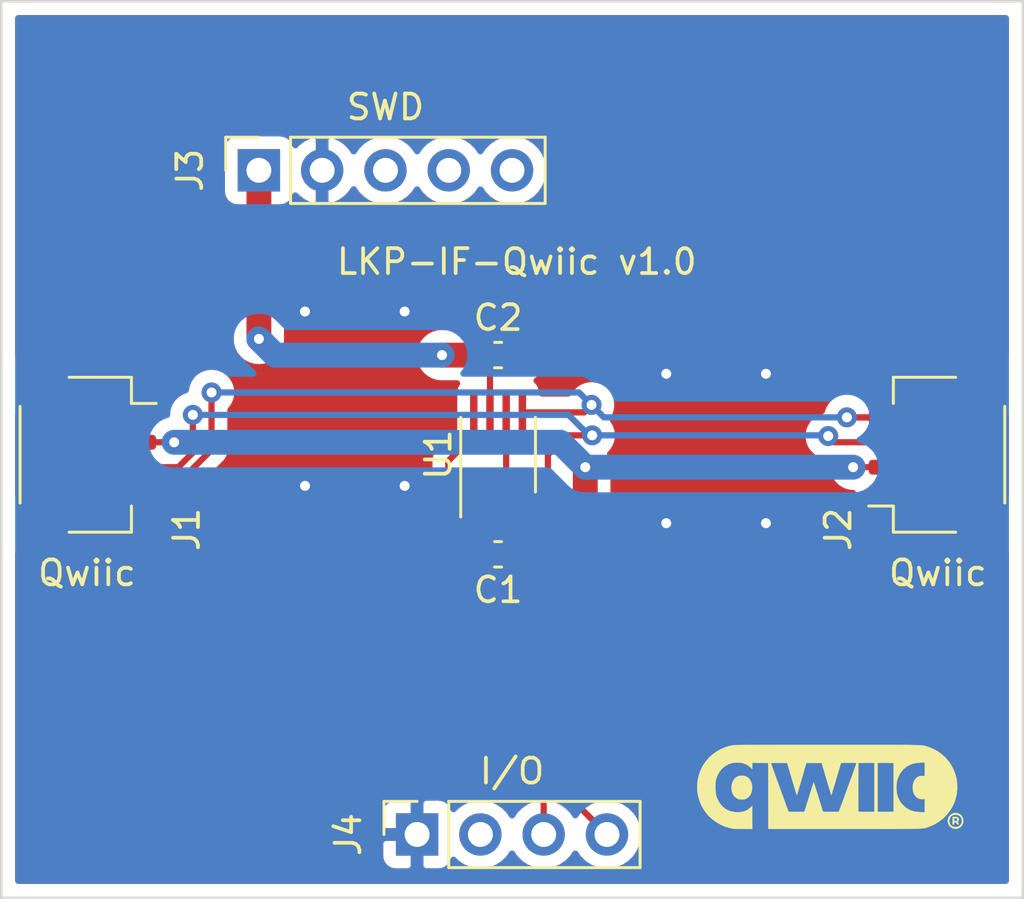
<source format=kicad_pcb>
(kicad_pcb (version 20171130) (host pcbnew 5.1.9)

  (general
    (thickness 1.6)
    (drawings 9)
    (tracks 73)
    (zones 0)
    (modules 8)
    (nets 12)
  )

  (page A4)
  (layers
    (0 F.Cu signal)
    (31 B.Cu signal)
    (32 B.Adhes user)
    (33 F.Adhes user)
    (34 B.Paste user)
    (35 F.Paste user)
    (36 B.SilkS user)
    (37 F.SilkS user)
    (38 B.Mask user)
    (39 F.Mask user)
    (40 Dwgs.User user)
    (41 Cmts.User user)
    (42 Eco1.User user)
    (43 Eco2.User user)
    (44 Edge.Cuts user)
    (45 Margin user)
    (46 B.CrtYd user)
    (47 F.CrtYd user)
    (48 B.Fab user hide)
    (49 F.Fab user hide)
  )

  (setup
    (last_trace_width 0.25)
    (trace_clearance 0.2)
    (zone_clearance 0.508)
    (zone_45_only no)
    (trace_min 0.2)
    (via_size 0.8)
    (via_drill 0.4)
    (via_min_size 0.4)
    (via_min_drill 0.3)
    (uvia_size 0.3)
    (uvia_drill 0.1)
    (uvias_allowed no)
    (uvia_min_size 0.2)
    (uvia_min_drill 0.1)
    (edge_width 0.05)
    (segment_width 0.2)
    (pcb_text_width 0.3)
    (pcb_text_size 1.5 1.5)
    (mod_edge_width 0.12)
    (mod_text_size 1 1)
    (mod_text_width 0.15)
    (pad_size 1.7 1.7)
    (pad_drill 1)
    (pad_to_mask_clearance 0)
    (aux_axis_origin 0 0)
    (grid_origin 146.69 113.46)
    (visible_elements FFFFFF7F)
    (pcbplotparams
      (layerselection 0x010fc_ffffffff)
      (usegerberextensions false)
      (usegerberattributes true)
      (usegerberadvancedattributes true)
      (creategerberjobfile true)
      (excludeedgelayer true)
      (linewidth 0.100000)
      (plotframeref false)
      (viasonmask false)
      (mode 1)
      (useauxorigin false)
      (hpglpennumber 1)
      (hpglpenspeed 20)
      (hpglpendiameter 15.000000)
      (psnegative false)
      (psa4output false)
      (plotreference true)
      (plotvalue true)
      (plotinvisibletext false)
      (padsonsilk false)
      (subtractmaskfromsilk false)
      (outputformat 1)
      (mirror false)
      (drillshape 1)
      (scaleselection 1)
      (outputdirectory ""))
  )

  (net 0 "")
  (net 1 GND)
  (net 2 +3V3)
  (net 3 +5V)
  (net 4 /SCL_A)
  (net 5 /SDA_A)
  (net 6 "Net-(J3-Pad5)")
  (net 7 "Net-(J3-Pad4)")
  (net 8 "Net-(J3-Pad3)")
  (net 9 /SDA_B)
  (net 10 /SCL_B)
  (net 11 "Net-(J4-Pad2)")

  (net_class Default "This is the default net class."
    (clearance 0.2)
    (trace_width 0.25)
    (via_dia 0.8)
    (via_drill 0.4)
    (uvia_dia 0.3)
    (uvia_drill 0.1)
    (add_net /SCL_A)
    (add_net /SCL_B)
    (add_net /SDA_A)
    (add_net /SDA_B)
    (add_net "Net-(J3-Pad3)")
    (add_net "Net-(J3-Pad4)")
    (add_net "Net-(J3-Pad5)")
    (add_net "Net-(J4-Pad2)")
  )

  (net_class Power ""
    (clearance 0.2)
    (trace_width 1)
    (via_dia 0.8)
    (via_drill 0.4)
    (uvia_dia 0.3)
    (uvia_drill 0.1)
    (add_net +3V3)
    (add_net +5V)
    (add_net GND)
  )

  (module private:Qwiic-Logo (layer F.Cu) (tedit 0) (tstamp 603F03F1)
    (at 163.19 111.46)
    (fp_text reference G*** (at 0 0) (layer F.SilkS) hide
      (effects (font (size 1.524 1.524) (thickness 0.3)))
    )
    (fp_text value LOGO (at 0.75 0) (layer F.SilkS) hide
      (effects (font (size 1.524 1.524) (thickness 0.3)))
    )
    (fp_poly (pts (xy 1.561118 -1.600222) (xy 1.815387 -1.600121) (xy 2.049627 -1.599942) (xy 2.264733 -1.599667)
      (xy 2.461602 -1.599278) (xy 2.641128 -1.598755) (xy 2.804206 -1.598081) (xy 2.951732 -1.597237)
      (xy 3.084601 -1.596205) (xy 3.203708 -1.594967) (xy 3.309948 -1.593503) (xy 3.404217 -1.591797)
      (xy 3.48741 -1.589828) (xy 3.560422 -1.58758) (xy 3.624148 -1.585033) (xy 3.679484 -1.58217)
      (xy 3.727325 -1.578971) (xy 3.768566 -1.575419) (xy 3.804102 -1.571495) (xy 3.834828 -1.56718)
      (xy 3.861641 -1.562457) (xy 3.885434 -1.557307) (xy 3.907104 -1.551712) (xy 3.927545 -1.545653)
      (xy 3.947653 -1.539111) (xy 3.968323 -1.53207) (xy 3.99045 -1.524509) (xy 4.0132 -1.51697)
      (xy 4.20427 -1.442225) (xy 4.381691 -1.347015) (xy 4.544331 -1.232975) (xy 4.691058 -1.101742)
      (xy 4.820739 -0.954952) (xy 4.932241 -0.794241) (xy 5.024433 -0.621246) (xy 5.096182 -0.437603)
      (xy 5.146355 -0.244949) (xy 5.17382 -0.044918) (xy 5.177445 0.160851) (xy 5.177263 0.1651)
      (xy 5.157867 0.366718) (xy 5.117373 0.556052) (xy 5.054683 0.736479) (xy 4.9687 0.91137)
      (xy 4.896168 1.029156) (xy 4.771968 1.193115) (xy 4.629763 1.339712) (xy 4.471165 1.467714)
      (xy 4.29779 1.575889) (xy 4.111252 1.663004) (xy 4.024074 1.694797) (xy 3.998313 1.703603)
      (xy 3.974985 1.711765) (xy 3.953098 1.719309) (xy 3.931658 1.726259) (xy 3.909673 1.73264)
      (xy 3.88615 1.738474) (xy 3.860095 1.743787) (xy 3.830517 1.748603) (xy 3.796422 1.752947)
      (xy 3.756818 1.756841) (xy 3.710711 1.760312) (xy 3.657108 1.763383) (xy 3.595017 1.766078)
      (xy 3.523445 1.768422) (xy 3.441399 1.770439) (xy 3.347886 1.772154) (xy 3.241914 1.77359)
      (xy 3.122488 1.774772) (xy 2.988617 1.775724) (xy 2.839308 1.77647) (xy 2.673568 1.777035)
      (xy 2.490403 1.777444) (xy 2.288821 1.777719) (xy 2.06783 1.777887) (xy 1.826435 1.77797)
      (xy 1.563645 1.777993) (xy 1.278467 1.777981) (xy 0.969907 1.777958) (xy 0.636973 1.777948)
      (xy 0.625533 1.777948) (xy -2.400183 1.778) (xy -2.401857 1.092636) (xy 1.9812 1.092636)
      (xy 2.62255 1.08585) (xy 2.62255 0.125361) (xy 2.738047 0.125361) (xy 2.742168 0.233941)
      (xy 2.753211 0.333328) (xy 2.766895 0.40005) (xy 2.810818 0.533378) (xy 2.868533 0.649599)
      (xy 2.943504 0.754813) (xy 3.008896 0.825966) (xy 3.112571 0.917602) (xy 3.22079 0.989254)
      (xy 3.337123 1.042293) (xy 3.465136 1.078091) (xy 3.608397 1.09802) (xy 3.730625 1.103406)
      (xy 3.8735 1.1049) (xy 3.8735 0.57576) (xy 3.805447 0.581403) (xy 3.708532 0.578186)
      (xy 3.621875 0.552745) (xy 3.546878 0.506663) (xy 3.484949 0.441523) (xy 3.437492 0.358908)
      (xy 3.405912 0.260403) (xy 3.391615 0.14759) (xy 3.3909 0.114299) (xy 3.400117 -0.005728)
      (xy 3.427417 -0.110263) (xy 3.472272 -0.198206) (xy 3.534154 -0.26846) (xy 3.595108 -0.310937)
      (xy 3.633881 -0.330521) (xy 3.668135 -0.341988) (xy 3.707481 -0.347449) (xy 3.761527 -0.349013)
      (xy 3.76867 -0.349037) (xy 3.87339 -0.34925) (xy 3.8735 -0.889) (xy 3.741267 -0.889001)
      (xy 3.571239 -0.878168) (xy 3.414007 -0.846108) (xy 3.270466 -0.79348) (xy 3.141509 -0.720944)
      (xy 3.028033 -0.629157) (xy 2.930929 -0.518779) (xy 2.851094 -0.390468) (xy 2.789422 -0.244883)
      (xy 2.767171 -0.17145) (xy 2.750552 -0.085744) (xy 2.740843 0.015996) (xy 2.738047 0.125361)
      (xy 2.62255 0.125361) (xy 2.62255 -0.86995) (xy 2.301875 -0.873344) (xy 1.9812 -0.876737)
      (xy 1.9812 1.092636) (xy -2.401857 1.092636) (xy -2.403417 0.454025) (xy -2.406635 -0.86389)
      (xy -2.2987 -0.86389) (xy -2.294473 -0.850415) (xy -2.282319 -0.815263) (xy -2.263029 -0.760618)
      (xy -2.237395 -0.68866) (xy -2.206208 -0.60157) (xy -2.170259 -0.50153) (xy -2.13034 -0.390722)
      (xy -2.087243 -0.271326) (xy -2.041757 -0.145524) (xy -1.994676 -0.015497) (xy -1.94679 0.116572)
      (xy -1.898891 0.248504) (xy -1.851769 0.378116) (xy -1.806217 0.503228) (xy -1.763026 0.621657)
      (xy -1.722986 0.731223) (xy -1.68689 0.829744) (xy -1.655529 0.915039) (xy -1.629694 0.984926)
      (xy -1.610176 1.037224) (xy -1.597768 1.069752) (xy -1.593418 1.0802) (xy -1.578835 1.083801)
      (xy -1.541708 1.086896) (xy -1.484886 1.089379) (xy -1.411224 1.091141) (xy -1.323571 1.092076)
      (xy -1.274953 1.0922) (xy -0.963904 1.0922) (xy -0.946972 1.050925) (xy -0.939768 1.030416)
      (xy -0.92595 0.988301) (xy -0.906364 0.927254) (xy -0.881854 0.849946) (xy -0.853265 0.759053)
      (xy -0.821442 0.657248) (xy -0.78723 0.547203) (xy -0.761339 0.46355) (xy -0.726342 0.350608)
      (xy -0.693456 0.245145) (xy -0.663468 0.14964) (xy -0.637167 0.066572) (xy -0.615341 -0.00158)
      (xy -0.598778 -0.052336) (xy -0.588266 -0.083217) (xy -0.584778 -0.091907) (xy -0.579609 -0.082065)
      (xy -0.567846 -0.050226) (xy -0.550242 0.001294) (xy -0.527551 0.070179) (xy -0.500527 0.154112)
      (xy -0.469922 0.250776) (xy -0.436492 0.357856) (xy -0.400989 0.473035) (xy -0.400925 0.473243)
      (xy -0.365147 0.589733) (xy -0.331336 0.699237) (xy -0.300273 0.799264) (xy -0.272739 0.887327)
      (xy -0.249516 0.960936) (xy -0.231385 1.017603) (xy -0.219127 1.054839) (xy -0.21362 1.069975)
      (xy -0.208207 1.07694) (xy -0.197926 1.082288) (xy -0.179733 1.086229) (xy -0.150582 1.088972)
      (xy -0.107431 1.09073) (xy -0.047234 1.091713) (xy 0.033052 1.09213) (xy 0.107647 1.0922)
      (xy 0.211907 1.091845) (xy 0.292921 1.09071) (xy 0.352833 1.088692) (xy 0.393789 1.085685)
      (xy 0.417932 1.081586) (xy 0.427213 1.076645) (xy 0.434106 1.060716) (xy 0.448665 1.023421)
      (xy 0.4701 0.966933) (xy 0.497623 0.893422) (xy 0.530444 0.805057) (xy 0.567773 0.704009)
      (xy 0.608821 0.592449) (xy 0.629812 0.535217) (xy 1.20874 0.535217) (xy 1.208797 0.662078)
      (xy 1.209011 0.775721) (xy 1.209376 0.874152) (xy 1.209886 0.955376) (xy 1.210536 1.017402)
      (xy 1.211321 1.058235) (xy 1.212234 1.075883) (xy 1.212342 1.076325) (xy 1.220458 1.081509)
      (xy 1.2419 1.085527) (xy 1.278963 1.088491) (xy 1.333941 1.090512) (xy 1.409126 1.091704)
      (xy 1.506812 1.09218) (xy 1.536301 1.0922) (xy 1.8542 1.0922) (xy 1.8542 -0.876737)
      (xy 1.533525 -0.873344) (xy 1.21285 -0.86995) (xy 1.209566 0.09525) (xy 1.209119 0.249809)
      (xy 1.208845 0.397129) (xy 1.20874 0.535217) (xy 0.629812 0.535217) (xy 0.652798 0.472546)
      (xy 0.698915 0.346471) (xy 0.746382 0.216395) (xy 0.794409 0.084488) (xy 0.842208 -0.04708)
      (xy 0.888989 -0.176138) (xy 0.933962 -0.300517) (xy 0.976337 -0.418045) (xy 1.015326 -0.526553)
      (xy 1.050138 -0.62387) (xy 1.079985 -0.707826) (xy 1.104076 -0.77625) (xy 1.121622 -0.826972)
      (xy 1.131834 -0.857822) (xy 1.134177 -0.866775) (xy 1.120506 -0.86944) (xy 1.084995 -0.871817)
      (xy 1.031206 -0.873797) (xy 0.962696 -0.87527) (xy 0.883028 -0.876127) (xy 0.825197 -0.8763)
      (xy 0.729079 -0.876162) (xy 0.655281 -0.875601) (xy 0.600723 -0.874402) (xy 0.562326 -0.872346)
      (xy 0.53701 -0.869216) (xy 0.521695 -0.864795) (xy 0.513303 -0.858867) (xy 0.510087 -0.854075)
      (xy 0.504339 -0.837828) (xy 0.492196 -0.799608) (xy 0.474384 -0.741821) (xy 0.451629 -0.666877)
      (xy 0.424658 -0.577184) (xy 0.394198 -0.475148) (xy 0.360974 -0.363177) (xy 0.325714 -0.243681)
      (xy 0.317544 -0.2159) (xy 0.282018 -0.095283) (xy 0.248461 0.018157) (xy 0.217587 0.122042)
      (xy 0.190109 0.213995) (xy 0.166741 0.291639) (xy 0.148195 0.352596) (xy 0.135186 0.394488)
      (xy 0.128426 0.414938) (xy 0.127821 0.416375) (xy 0.122742 0.407695) (xy 0.111322 0.376766)
      (xy 0.094239 0.325752) (xy 0.072172 0.256814) (xy 0.045796 0.172117) (xy 0.01579 0.073822)
      (xy -0.017168 -0.035907) (xy -0.052402 -0.154908) (xy -0.071074 -0.218625) (xy -0.261283 -0.86995)
      (xy -0.879618 -0.86995) (xy -1.06587 -0.225899) (xy -1.101536 -0.102842) (xy -1.135188 0.012733)
      (xy -1.166151 0.118547) (xy -1.193753 0.212324) (xy -1.217318 0.291785) (xy -1.236174 0.354652)
      (xy -1.249645 0.398648) (xy -1.257059 0.421495) (xy -1.258218 0.424251) (xy -1.262848 0.413612)
      (xy -1.273918 0.380797) (xy -1.29075 0.328015) (xy -1.312667 0.257471) (xy -1.338992 0.171374)
      (xy -1.369048 0.07193) (xy -1.402157 -0.038654) (xy -1.437643 -0.15817) (xy -1.455834 -0.219801)
      (xy -1.647351 -0.86995) (xy -1.973026 -0.87334) (xy -2.085627 -0.874015) (xy -2.174974 -0.873468)
      (xy -2.240557 -0.871713) (xy -2.281866 -0.868766) (xy -2.29839 -0.864641) (xy -2.2987 -0.86389)
      (xy -2.406635 -0.86389) (xy -2.40665 -0.86995) (xy -2.727325 -0.873344) (xy -3.048 -0.876737)
      (xy -3.048 -0.624501) (xy -3.115591 -0.69049) (xy -3.194153 -0.75438) (xy -3.287913 -0.810378)
      (xy -3.386781 -0.852967) (xy -3.44301 -0.869475) (xy -3.519538 -0.881728) (xy -3.610841 -0.887416)
      (xy -3.707152 -0.88653) (xy -3.798706 -0.879056) (xy -3.85445 -0.869959) (xy -3.986298 -0.829722)
      (xy -4.108369 -0.767205) (xy -4.218826 -0.684258) (xy -4.315831 -0.582728) (xy -4.397548 -0.464462)
      (xy -4.462139 -0.331309) (xy -4.498385 -0.22225) (xy -4.50896 -0.179675) (xy -4.516509 -0.138276)
      (xy -4.521509 -0.092456) (xy -4.524439 -0.036616) (xy -4.525775 0.034842) (xy -4.526019 0.1016)
      (xy -4.52431 0.214405) (xy -4.518368 0.308077) (xy -4.506972 0.388706) (xy -4.488901 0.462379)
      (xy -4.462932 0.535185) (xy -4.427845 0.613212) (xy -4.420285 0.62865) (xy -4.342898 0.759197)
      (xy -4.250153 0.869628) (xy -4.142675 0.959564) (xy -4.021093 1.028627) (xy -3.886032 1.076438)
      (xy -3.73812 1.10262) (xy -3.62585 1.107872) (xy -3.496648 1.100185) (xy -3.383937 1.07671)
      (xy -3.283025 1.035666) (xy -3.189215 0.975276) (xy -3.121025 0.91653) (xy -3.048 0.847033)
      (xy -3.048 1.778) (xy -3.406775 1.776526) (xy -3.500858 1.775958) (xy -3.587526 1.775087)
      (xy -3.663269 1.773978) (xy -3.724582 1.772691) (xy -3.767955 1.771292) (xy -3.78988 1.769841)
      (xy -3.79095 1.769656) (xy -3.815334 1.764723) (xy -3.856445 1.756642) (xy -3.90606 1.747027)
      (xy -3.914035 1.745493) (xy -4.066572 1.707355) (xy -4.21999 1.650702) (xy -4.3434 1.592679)
      (xy -4.517494 1.489804) (xy -4.676944 1.367268) (xy -4.820279 1.227091) (xy -4.946023 1.071295)
      (xy -5.052703 0.901899) (xy -5.138845 0.720925) (xy -5.202976 0.530393) (xy -5.238641 0.365156)
      (xy -5.25053 0.262616) (xy -5.256337 0.145717) (xy -5.256077 0.024264) (xy -5.249768 -0.091941)
      (xy -5.237706 -0.191438) (xy -5.191927 -0.389828) (xy -5.123687 -0.57832) (xy -5.034471 -0.755478)
      (xy -4.925766 -0.919867) (xy -4.799058 -1.070052) (xy -4.655834 -1.204599) (xy -4.49758 -1.322072)
      (xy -4.325782 -1.421037) (xy -4.141926 -1.500059) (xy -3.9475 -1.557702) (xy -3.792638 -1.586462)
      (xy -3.77174 -1.587986) (xy -3.731429 -1.589414) (xy -3.671361 -1.590747) (xy -3.591187 -1.591986)
      (xy -3.490563 -1.593132) (xy -3.369141 -1.594188) (xy -3.226576 -1.595153) (xy -3.062521 -1.59603)
      (xy -2.876631 -1.596819) (xy -2.668558 -1.597522) (xy -2.437957 -1.59814) (xy -2.184481 -1.598675)
      (xy -1.907785 -1.599127) (xy -1.607522 -1.599498) (xy -1.283346 -1.599789) (xy -0.93491 -1.600002)
      (xy -0.561869 -1.600138) (xy -0.163876 -1.600197) (xy -0.041986 -1.600201) (xy 0.325853 -1.600214)
      (xy 0.669189 -1.600241) (xy 0.988914 -1.600263) (xy 1.285926 -1.600263) (xy 1.561118 -1.600222)) (layer F.SilkS) (width 0.01))
    (fp_poly (pts (xy 5.166181 1.139755) (xy 5.23995 1.163038) (xy 5.306062 1.203354) (xy 5.360979 1.25882)
      (xy 5.401162 1.327555) (xy 5.423074 1.407679) (xy 5.426075 1.452378) (xy 5.414646 1.539421)
      (xy 5.382559 1.616393) (xy 5.333113 1.680745) (xy 5.269606 1.729929) (xy 5.195338 1.761396)
      (xy 5.113607 1.772598) (xy 5.027712 1.760984) (xy 5.026921 1.760766) (xy 4.947865 1.727172)
      (xy 4.884662 1.677094) (xy 4.837937 1.614376) (xy 4.808314 1.542863) (xy 4.798907 1.482392)
      (xy 4.862989 1.482392) (xy 4.877804 1.552061) (xy 4.910251 1.612529) (xy 4.935773 1.639885)
      (xy 5.0001 1.680144) (xy 5.074124 1.700117) (xy 5.15137 1.699098) (xy 5.225358 1.676385)
      (xy 5.233577 1.672238) (xy 5.293203 1.62757) (xy 5.334976 1.568911) (xy 5.358113 1.501079)
      (xy 5.361832 1.428891) (xy 5.345352 1.357163) (xy 5.307891 1.290713) (xy 5.297543 1.278173)
      (xy 5.246676 1.238207) (xy 5.182632 1.214207) (xy 5.111988 1.206171) (xy 5.041322 1.2141)
      (xy 4.977212 1.237995) (xy 4.926236 1.277854) (xy 4.925956 1.278173) (xy 4.886902 1.339449)
      (xy 4.865967 1.409522) (xy 4.862989 1.482392) (xy 4.798907 1.482392) (xy 4.796418 1.4664)
      (xy 4.802875 1.388831) (xy 4.828308 1.314001) (xy 4.873344 1.245755) (xy 4.934304 1.190905)
      (xy 5.00982 1.151807) (xy 5.088291 1.135384) (xy 5.166181 1.139755)) (layer F.SilkS) (width 0.01))
    (fp_poly (pts (xy -3.33481 -0.345558) (xy -3.253825 -0.310214) (xy -3.186127 -0.257776) (xy -3.175846 -0.246673)
      (xy -3.117554 -0.161848) (xy -3.077055 -0.063261) (xy -3.054899 0.044201) (xy -3.051634 0.15565)
      (xy -3.06781 0.266198) (xy -3.103977 0.370958) (xy -3.105935 0.375144) (xy -3.146262 0.439337)
      (xy -3.201661 0.499164) (xy -3.264701 0.547739) (xy -3.323386 0.576681) (xy -3.384189 0.589979)
      (xy -3.457477 0.595202) (xy -3.532273 0.592371) (xy -3.597601 0.581507) (xy -3.615383 0.576103)
      (xy -3.670645 0.547652) (xy -3.728547 0.503336) (xy -3.780904 0.450268) (xy -3.816063 0.401685)
      (xy -3.856121 0.312099) (xy -3.878516 0.214038) (xy -3.88405 0.111917) (xy -3.873522 0.010149)
      (xy -3.847733 -0.086852) (xy -3.807483 -0.174673) (xy -3.753572 -0.248898) (xy -3.688042 -0.304333)
      (xy -3.605698 -0.343196) (xy -3.515926 -0.362632) (xy -3.423904 -0.363226) (xy -3.33481 -0.345558)) (layer F.SilkS) (width 0.01))
    (fp_poly (pts (xy 5.137908 1.296349) (xy 5.170899 1.300404) (xy 5.193276 1.309375) (xy 5.212415 1.325073)
      (xy 5.213927 1.326572) (xy 5.239889 1.368425) (xy 5.242413 1.415248) (xy 5.221317 1.461803)
      (xy 5.218714 1.465218) (xy 5.192328 1.498762) (xy 5.218714 1.541455) (xy 5.238156 1.57496)
      (xy 5.242898 1.592543) (xy 5.232568 1.599258) (xy 5.214385 1.6002) (xy 5.184959 1.589979)
      (xy 5.157236 1.557412) (xy 5.1562 1.55575) (xy 5.131978 1.52474) (xy 5.105886 1.51236)
      (xy 5.091664 1.5113) (xy 5.066745 1.513886) (xy 5.056525 1.526763) (xy 5.0546 1.55575)
      (xy 5.052227 1.585809) (xy 5.041553 1.598115) (xy 5.02285 1.6002) (xy 4.9911 1.6002)
      (xy 4.9911 1.3462) (xy 5.0546 1.3462) (xy 5.0546 1.40335) (xy 5.055681 1.438485)
      (xy 5.062059 1.455126) (xy 5.078433 1.460169) (xy 5.093534 1.4605) (xy 5.130248 1.456212)
      (xy 5.157034 1.447353) (xy 5.176555 1.424448) (xy 5.18063 1.392392) (xy 5.167964 1.363132)
      (xy 5.16636 1.36144) (xy 5.144323 1.351408) (xy 5.109703 1.346347) (xy 5.10286 1.3462)
      (xy 5.0546 1.3462) (xy 4.9911 1.3462) (xy 4.9911 1.2954) (xy 5.086927 1.2954)
      (xy 5.137908 1.296349)) (layer F.SilkS) (width 0.01))
  )

  (module Connector_JST:JST_SH_SM04B-SRSS-TB_1x04-1MP_P1.00mm_Horizontal (layer F.Cu) (tedit 5B78AD87) (tstamp 603E01AB)
    (at 167.59 98.21 90)
    (descr "JST SH series connector, SM04B-SRSS-TB (http://www.jst-mfg.com/product/pdf/eng/eSH.pdf), generated with kicad-footprint-generator")
    (tags "connector JST SH top entry")
    (path /603CB071)
    (attr smd)
    (fp_text reference J2 (at -3 -4 90) (layer F.SilkS)
      (effects (font (size 1 1) (thickness 0.15)))
    )
    (fp_text value "JST SH" (at 0 3.98 90) (layer F.Fab)
      (effects (font (size 1 1) (thickness 0.15)))
    )
    (fp_line (start -1.5 -0.967893) (end -1 -1.675) (layer F.Fab) (width 0.1))
    (fp_line (start -2 -1.675) (end -1.5 -0.967893) (layer F.Fab) (width 0.1))
    (fp_line (start 3.9 -3.28) (end -3.9 -3.28) (layer F.CrtYd) (width 0.05))
    (fp_line (start 3.9 3.28) (end 3.9 -3.28) (layer F.CrtYd) (width 0.05))
    (fp_line (start -3.9 3.28) (end 3.9 3.28) (layer F.CrtYd) (width 0.05))
    (fp_line (start -3.9 -3.28) (end -3.9 3.28) (layer F.CrtYd) (width 0.05))
    (fp_line (start 3 -1.675) (end 3 2.575) (layer F.Fab) (width 0.1))
    (fp_line (start -3 -1.675) (end -3 2.575) (layer F.Fab) (width 0.1))
    (fp_line (start -3 2.575) (end 3 2.575) (layer F.Fab) (width 0.1))
    (fp_line (start -1.94 2.685) (end 1.94 2.685) (layer F.SilkS) (width 0.12))
    (fp_line (start 3.11 -1.785) (end 2.06 -1.785) (layer F.SilkS) (width 0.12))
    (fp_line (start 3.11 0.715) (end 3.11 -1.785) (layer F.SilkS) (width 0.12))
    (fp_line (start -2.06 -1.785) (end -2.06 -2.775) (layer F.SilkS) (width 0.12))
    (fp_line (start -3.11 -1.785) (end -2.06 -1.785) (layer F.SilkS) (width 0.12))
    (fp_line (start -3.11 0.715) (end -3.11 -1.785) (layer F.SilkS) (width 0.12))
    (fp_line (start -3 -1.675) (end 3 -1.675) (layer F.Fab) (width 0.1))
    (fp_text user %R (at 0 0 90) (layer F.Fab)
      (effects (font (size 1 1) (thickness 0.15)))
    )
    (pad MP smd roundrect (at 2.8 1.875 90) (size 1.2 1.8) (layers F.Cu F.Paste F.Mask) (roundrect_rratio 0.208333))
    (pad MP smd roundrect (at -2.8 1.875 90) (size 1.2 1.8) (layers F.Cu F.Paste F.Mask) (roundrect_rratio 0.208333))
    (pad 4 smd roundrect (at 1.5 -2 90) (size 0.6 1.55) (layers F.Cu F.Paste F.Mask) (roundrect_rratio 0.25)
      (net 4 /SCL_A))
    (pad 3 smd roundrect (at 0.5 -2 90) (size 0.6 1.55) (layers F.Cu F.Paste F.Mask) (roundrect_rratio 0.25)
      (net 5 /SDA_A))
    (pad 2 smd roundrect (at -0.5 -2 90) (size 0.6 1.55) (layers F.Cu F.Paste F.Mask) (roundrect_rratio 0.25)
      (net 2 +3V3))
    (pad 1 smd roundrect (at -1.5 -2 90) (size 0.6 1.55) (layers F.Cu F.Paste F.Mask) (roundrect_rratio 0.25)
      (net 1 GND))
    (model ${KISYS3DMOD}/Connector_JST.3dshapes/JST_SH_SM04B-SRSS-TB_1x04-1MP_P1.00mm_Horizontal.wrl
      (at (xyz 0 0 0))
      (scale (xyz 1 1 1))
      (rotate (xyz 0 0 0))
    )
  )

  (module Connector_JST:JST_SH_SM04B-SRSS-TB_1x04-1MP_P1.00mm_Horizontal (layer F.Cu) (tedit 5B78AD87) (tstamp 603E0180)
    (at 133.44 98.21 270)
    (descr "JST SH series connector, SM04B-SRSS-TB (http://www.jst-mfg.com/product/pdf/eng/eSH.pdf), generated with kicad-footprint-generator")
    (tags "connector JST SH top entry")
    (path /603CB4C8)
    (attr smd)
    (fp_text reference J1 (at 3 -4 90) (layer F.SilkS)
      (effects (font (size 1 1) (thickness 0.15)))
    )
    (fp_text value "JST SH" (at 0 3.98 90) (layer F.Fab)
      (effects (font (size 1 1) (thickness 0.15)))
    )
    (fp_line (start -1.5 -0.967893) (end -1 -1.675) (layer F.Fab) (width 0.1))
    (fp_line (start -2 -1.675) (end -1.5 -0.967893) (layer F.Fab) (width 0.1))
    (fp_line (start 3.9 -3.28) (end -3.9 -3.28) (layer F.CrtYd) (width 0.05))
    (fp_line (start 3.9 3.28) (end 3.9 -3.28) (layer F.CrtYd) (width 0.05))
    (fp_line (start -3.9 3.28) (end 3.9 3.28) (layer F.CrtYd) (width 0.05))
    (fp_line (start -3.9 -3.28) (end -3.9 3.28) (layer F.CrtYd) (width 0.05))
    (fp_line (start 3 -1.675) (end 3 2.575) (layer F.Fab) (width 0.1))
    (fp_line (start -3 -1.675) (end -3 2.575) (layer F.Fab) (width 0.1))
    (fp_line (start -3 2.575) (end 3 2.575) (layer F.Fab) (width 0.1))
    (fp_line (start -1.94 2.685) (end 1.94 2.685) (layer F.SilkS) (width 0.12))
    (fp_line (start 3.11 -1.785) (end 2.06 -1.785) (layer F.SilkS) (width 0.12))
    (fp_line (start 3.11 0.715) (end 3.11 -1.785) (layer F.SilkS) (width 0.12))
    (fp_line (start -2.06 -1.785) (end -2.06 -2.775) (layer F.SilkS) (width 0.12))
    (fp_line (start -3.11 -1.785) (end -2.06 -1.785) (layer F.SilkS) (width 0.12))
    (fp_line (start -3.11 0.715) (end -3.11 -1.785) (layer F.SilkS) (width 0.12))
    (fp_line (start -3 -1.675) (end 3 -1.675) (layer F.Fab) (width 0.1))
    (fp_text user %R (at 0 0 90) (layer F.Fab)
      (effects (font (size 1 1) (thickness 0.15)))
    )
    (pad MP smd roundrect (at 2.8 1.875 270) (size 1.2 1.8) (layers F.Cu F.Paste F.Mask) (roundrect_rratio 0.208333))
    (pad MP smd roundrect (at -2.8 1.875 270) (size 1.2 1.8) (layers F.Cu F.Paste F.Mask) (roundrect_rratio 0.208333))
    (pad 4 smd roundrect (at 1.5 -2 270) (size 0.6 1.55) (layers F.Cu F.Paste F.Mask) (roundrect_rratio 0.25)
      (net 4 /SCL_A))
    (pad 3 smd roundrect (at 0.5 -2 270) (size 0.6 1.55) (layers F.Cu F.Paste F.Mask) (roundrect_rratio 0.25)
      (net 5 /SDA_A))
    (pad 2 smd roundrect (at -0.5 -2 270) (size 0.6 1.55) (layers F.Cu F.Paste F.Mask) (roundrect_rratio 0.25)
      (net 2 +3V3))
    (pad 1 smd roundrect (at -1.5 -2 270) (size 0.6 1.55) (layers F.Cu F.Paste F.Mask) (roundrect_rratio 0.25)
      (net 1 GND))
    (model ${KISYS3DMOD}/Connector_JST.3dshapes/JST_SH_SM04B-SRSS-TB_1x04-1MP_P1.00mm_Horizontal.wrl
      (at (xyz 0 0 0))
      (scale (xyz 1 1 1))
      (rotate (xyz 0 0 0))
    )
  )

  (module Package_SO:SSOP-8_2.95x2.8mm_P0.65mm (layer F.Cu) (tedit 5A02F25C) (tstamp 603EDFEE)
    (at 149.94 98.21 90)
    (descr "SSOP-8 2.9 x2.8mm Pitch 0.65mm")
    (tags "SSOP-8 2.95x2.8mm Pitch 0.65mm")
    (path /603CA2FD)
    (attr smd)
    (fp_text reference U1 (at 0 -2.4 90) (layer F.SilkS)
      (effects (font (size 1 1) (thickness 0.15)))
    )
    (fp_text value TCA9406DCTR (at 0 2.6 90) (layer F.Fab)
      (effects (font (size 1 1) (thickness 0.15)))
    )
    (fp_line (start 1.475 -1.4) (end 1.475 1.4) (layer F.Fab) (width 0.1))
    (fp_line (start 1.475 1.4) (end -1.475 1.4) (layer F.Fab) (width 0.1))
    (fp_line (start -1.475 1.4) (end -1.475 -0.7) (layer F.Fab) (width 0.1))
    (fp_line (start -0.475 -1.4) (end 1.475 -1.4) (layer F.Fab) (width 0.1))
    (fp_line (start -0.475 -1.4) (end -1.475 -0.7) (layer F.Fab) (width 0.1))
    (fp_line (start 1.5 -1.5) (end -2.5 -1.5) (layer F.SilkS) (width 0.12))
    (fp_line (start 1.5 1.5) (end -1.5 1.5) (layer F.SilkS) (width 0.12))
    (fp_line (start 2.75 -1.65) (end 2.75 1.65) (layer F.CrtYd) (width 0.05))
    (fp_line (start 2.75 1.65) (end -2.75 1.65) (layer F.CrtYd) (width 0.05))
    (fp_line (start -2.75 1.65) (end -2.75 -1.65) (layer F.CrtYd) (width 0.05))
    (fp_line (start -2.75 -1.65) (end 2.75 -1.65) (layer F.CrtYd) (width 0.05))
    (fp_text user %R (at 0 0 90) (layer F.Fab)
      (effects (font (size 0.6 0.6) (thickness 0.15)))
    )
    (pad 8 smd rect (at 1.7 -0.975) (size 0.3 1.6) (layers F.Cu F.Paste F.Mask)
      (net 10 /SCL_B))
    (pad 7 smd rect (at 1.7 -0.325) (size 0.3 1.6) (layers F.Cu F.Paste F.Mask)
      (net 3 +5V))
    (pad 6 smd rect (at 1.7 0.325) (size 0.3 1.6) (layers F.Cu F.Paste F.Mask)
      (net 2 +3V3))
    (pad 5 smd rect (at 1.7 0.975) (size 0.3 1.6) (layers F.Cu F.Paste F.Mask)
      (net 4 /SCL_A))
    (pad 4 smd rect (at -1.7 0.975) (size 0.3 1.6) (layers F.Cu F.Paste F.Mask)
      (net 5 /SDA_A))
    (pad 3 smd rect (at -1.7 0.325) (size 0.3 1.6) (layers F.Cu F.Paste F.Mask)
      (net 2 +3V3))
    (pad 2 smd rect (at -1.7 -0.325) (size 0.3 1.6) (layers F.Cu F.Paste F.Mask)
      (net 1 GND))
    (pad 1 smd rect (at -1.7 -0.975) (size 0.3 1.6) (layers F.Cu F.Paste F.Mask)
      (net 9 /SDA_B))
    (model ${KISYS3DMOD}/Package_SO.3dshapes/SSOP-8_2.95x2.8mm_P0.65mm.wrl
      (at (xyz 0 0 0))
      (scale (xyz 1 1 1))
      (rotate (xyz 0 0 0))
    )
  )

  (module Connector_PinSocket_2.54mm:PinSocket_1x04_P2.54mm_Vertical (layer F.Cu) (tedit 5A19A429) (tstamp 603E01DC)
    (at 146.69 113.46 90)
    (descr "Through hole straight socket strip, 1x04, 2.54mm pitch, single row (from Kicad 4.0.7), script generated")
    (tags "Through hole socket strip THT 1x04 2.54mm single row")
    (path /603DFE23)
    (fp_text reference J4 (at 0 -2.77 90) (layer F.SilkS)
      (effects (font (size 1 1) (thickness 0.15)))
    )
    (fp_text value "LKP I/O .1\" Extra Long" (at 0 10.39 90) (layer F.Fab)
      (effects (font (size 1 1) (thickness 0.15)))
    )
    (fp_line (start -1.8 9.4) (end -1.8 -1.8) (layer F.CrtYd) (width 0.05))
    (fp_line (start 1.75 9.4) (end -1.8 9.4) (layer F.CrtYd) (width 0.05))
    (fp_line (start 1.75 -1.8) (end 1.75 9.4) (layer F.CrtYd) (width 0.05))
    (fp_line (start -1.8 -1.8) (end 1.75 -1.8) (layer F.CrtYd) (width 0.05))
    (fp_line (start 0 -1.33) (end 1.33 -1.33) (layer F.SilkS) (width 0.12))
    (fp_line (start 1.33 -1.33) (end 1.33 0) (layer F.SilkS) (width 0.12))
    (fp_line (start 1.33 1.27) (end 1.33 8.95) (layer F.SilkS) (width 0.12))
    (fp_line (start -1.33 8.95) (end 1.33 8.95) (layer F.SilkS) (width 0.12))
    (fp_line (start -1.33 1.27) (end -1.33 8.95) (layer F.SilkS) (width 0.12))
    (fp_line (start -1.33 1.27) (end 1.33 1.27) (layer F.SilkS) (width 0.12))
    (fp_line (start -1.27 8.89) (end -1.27 -1.27) (layer F.Fab) (width 0.1))
    (fp_line (start 1.27 8.89) (end -1.27 8.89) (layer F.Fab) (width 0.1))
    (fp_line (start 1.27 -0.635) (end 1.27 8.89) (layer F.Fab) (width 0.1))
    (fp_line (start 0.635 -1.27) (end 1.27 -0.635) (layer F.Fab) (width 0.1))
    (fp_line (start -1.27 -1.27) (end 0.635 -1.27) (layer F.Fab) (width 0.1))
    (fp_text user %R (at 0 3.81) (layer F.Fab)
      (effects (font (size 1 1) (thickness 0.15)))
    )
    (pad 4 thru_hole oval (at 0 7.62 90) (size 1.7 1.7) (drill 1) (layers *.Cu *.Mask)
      (net 9 /SDA_B))
    (pad 3 thru_hole oval (at 0 5.08 90) (size 1.7 1.7) (drill 1) (layers *.Cu *.Mask)
      (net 10 /SCL_B))
    (pad 2 thru_hole oval (at 0 2.54 90) (size 1.7 1.7) (drill 1) (layers *.Cu *.Mask)
      (net 11 "Net-(J4-Pad2)"))
    (pad 1 thru_hole rect (at 0 0 90) (size 1.7 1.7) (drill 1) (layers *.Cu *.Mask)
      (net 1 GND))
    (model ${KISYS3DMOD}/Connector_PinSocket_2.54mm.3dshapes/PinSocket_1x04_P2.54mm_Vertical.wrl
      (at (xyz 0 0 0))
      (scale (xyz 1 1 1))
      (rotate (xyz 0 0 0))
    )
  )

  (module Connector_PinSocket_2.54mm:PinSocket_1x05_P2.54mm_Vertical (layer F.Cu) (tedit 5A19A420) (tstamp 603E01C4)
    (at 140.34 86.79 90)
    (descr "Through hole straight socket strip, 1x05, 2.54mm pitch, single row (from Kicad 4.0.7), script generated")
    (tags "Through hole socket strip THT 1x05 2.54mm single row")
    (path /603DDC64)
    (fp_text reference J3 (at 0 -2.77 90) (layer F.SilkS)
      (effects (font (size 1 1) (thickness 0.15)))
    )
    (fp_text value "LKP SWD .1\" Extra Long" (at 0 12.93 90) (layer F.Fab)
      (effects (font (size 1 1) (thickness 0.15)))
    )
    (fp_line (start -1.8 11.9) (end -1.8 -1.8) (layer F.CrtYd) (width 0.05))
    (fp_line (start 1.75 11.9) (end -1.8 11.9) (layer F.CrtYd) (width 0.05))
    (fp_line (start 1.75 -1.8) (end 1.75 11.9) (layer F.CrtYd) (width 0.05))
    (fp_line (start -1.8 -1.8) (end 1.75 -1.8) (layer F.CrtYd) (width 0.05))
    (fp_line (start 0 -1.33) (end 1.33 -1.33) (layer F.SilkS) (width 0.12))
    (fp_line (start 1.33 -1.33) (end 1.33 0) (layer F.SilkS) (width 0.12))
    (fp_line (start 1.33 1.27) (end 1.33 11.49) (layer F.SilkS) (width 0.12))
    (fp_line (start -1.33 11.49) (end 1.33 11.49) (layer F.SilkS) (width 0.12))
    (fp_line (start -1.33 1.27) (end -1.33 11.49) (layer F.SilkS) (width 0.12))
    (fp_line (start -1.33 1.27) (end 1.33 1.27) (layer F.SilkS) (width 0.12))
    (fp_line (start -1.27 11.43) (end -1.27 -1.27) (layer F.Fab) (width 0.1))
    (fp_line (start 1.27 11.43) (end -1.27 11.43) (layer F.Fab) (width 0.1))
    (fp_line (start 1.27 -0.635) (end 1.27 11.43) (layer F.Fab) (width 0.1))
    (fp_line (start 0.635 -1.27) (end 1.27 -0.635) (layer F.Fab) (width 0.1))
    (fp_line (start -1.27 -1.27) (end 0.635 -1.27) (layer F.Fab) (width 0.1))
    (fp_text user %R (at 0 5.08) (layer F.Fab)
      (effects (font (size 1 1) (thickness 0.15)))
    )
    (pad 5 thru_hole oval (at 0 10.16 90) (size 1.7 1.7) (drill 1) (layers *.Cu *.Mask)
      (net 6 "Net-(J3-Pad5)"))
    (pad 4 thru_hole oval (at 0 7.62 90) (size 1.7 1.7) (drill 1) (layers *.Cu *.Mask)
      (net 7 "Net-(J3-Pad4)"))
    (pad 3 thru_hole oval (at 0 5.08 90) (size 1.7 1.7) (drill 1) (layers *.Cu *.Mask)
      (net 8 "Net-(J3-Pad3)"))
    (pad 2 thru_hole oval (at 0 2.54 90) (size 1.7 1.7) (drill 1) (layers *.Cu *.Mask)
      (net 1 GND))
    (pad 1 thru_hole rect (at 0 0 90) (size 1.7 1.7) (drill 1) (layers *.Cu *.Mask)
      (net 3 +5V))
    (model ${KISYS3DMOD}/Connector_PinSocket_2.54mm.3dshapes/PinSocket_1x05_P2.54mm_Vertical.wrl
      (at (xyz 0 0 0))
      (scale (xyz 1 1 1))
      (rotate (xyz 0 0 0))
    )
  )

  (module Capacitor_SMD:C_0603_1608Metric (layer F.Cu) (tedit 5F68FEEE) (tstamp 603E0155)
    (at 149.94 94.21 180)
    (descr "Capacitor SMD 0603 (1608 Metric), square (rectangular) end terminal, IPC_7351 nominal, (Body size source: IPC-SM-782 page 76, https://www.pcb-3d.com/wordpress/wp-content/uploads/ipc-sm-782a_amendment_1_and_2.pdf), generated with kicad-footprint-generator")
    (tags capacitor)
    (path /603DB46E)
    (attr smd)
    (fp_text reference C2 (at 0 1.5) (layer F.SilkS)
      (effects (font (size 1 1) (thickness 0.15)))
    )
    (fp_text value 100nF (at 0 1.43) (layer F.Fab)
      (effects (font (size 1 1) (thickness 0.15)))
    )
    (fp_line (start 1.48 0.73) (end -1.48 0.73) (layer F.CrtYd) (width 0.05))
    (fp_line (start 1.48 -0.73) (end 1.48 0.73) (layer F.CrtYd) (width 0.05))
    (fp_line (start -1.48 -0.73) (end 1.48 -0.73) (layer F.CrtYd) (width 0.05))
    (fp_line (start -1.48 0.73) (end -1.48 -0.73) (layer F.CrtYd) (width 0.05))
    (fp_line (start -0.14058 0.51) (end 0.14058 0.51) (layer F.SilkS) (width 0.12))
    (fp_line (start -0.14058 -0.51) (end 0.14058 -0.51) (layer F.SilkS) (width 0.12))
    (fp_line (start 0.8 0.4) (end -0.8 0.4) (layer F.Fab) (width 0.1))
    (fp_line (start 0.8 -0.4) (end 0.8 0.4) (layer F.Fab) (width 0.1))
    (fp_line (start -0.8 -0.4) (end 0.8 -0.4) (layer F.Fab) (width 0.1))
    (fp_line (start -0.8 0.4) (end -0.8 -0.4) (layer F.Fab) (width 0.1))
    (fp_text user %R (at 0 0) (layer F.Fab)
      (effects (font (size 0.4 0.4) (thickness 0.06)))
    )
    (pad 2 smd roundrect (at 0.775 0 180) (size 0.9 0.95) (layers F.Cu F.Paste F.Mask) (roundrect_rratio 0.25)
      (net 3 +5V))
    (pad 1 smd roundrect (at -0.775 0 180) (size 0.9 0.95) (layers F.Cu F.Paste F.Mask) (roundrect_rratio 0.25)
      (net 1 GND))
    (model ${KISYS3DMOD}/Capacitor_SMD.3dshapes/C_0603_1608Metric.wrl
      (at (xyz 0 0 0))
      (scale (xyz 1 1 1))
      (rotate (xyz 0 0 0))
    )
  )

  (module Capacitor_SMD:C_0603_1608Metric (layer F.Cu) (tedit 5F68FEEE) (tstamp 603ED805)
    (at 149.94 102.21 180)
    (descr "Capacitor SMD 0603 (1608 Metric), square (rectangular) end terminal, IPC_7351 nominal, (Body size source: IPC-SM-782 page 76, https://www.pcb-3d.com/wordpress/wp-content/uploads/ipc-sm-782a_amendment_1_and_2.pdf), generated with kicad-footprint-generator")
    (tags capacitor)
    (path /603D93CE)
    (attr smd)
    (fp_text reference C1 (at 0 -1.43) (layer F.SilkS)
      (effects (font (size 1 1) (thickness 0.15)))
    )
    (fp_text value 100nF (at 0 1.43) (layer F.Fab)
      (effects (font (size 1 1) (thickness 0.15)))
    )
    (fp_line (start 1.48 0.73) (end -1.48 0.73) (layer F.CrtYd) (width 0.05))
    (fp_line (start 1.48 -0.73) (end 1.48 0.73) (layer F.CrtYd) (width 0.05))
    (fp_line (start -1.48 -0.73) (end 1.48 -0.73) (layer F.CrtYd) (width 0.05))
    (fp_line (start -1.48 0.73) (end -1.48 -0.73) (layer F.CrtYd) (width 0.05))
    (fp_line (start -0.14058 0.51) (end 0.14058 0.51) (layer F.SilkS) (width 0.12))
    (fp_line (start -0.14058 -0.51) (end 0.14058 -0.51) (layer F.SilkS) (width 0.12))
    (fp_line (start 0.8 0.4) (end -0.8 0.4) (layer F.Fab) (width 0.1))
    (fp_line (start 0.8 -0.4) (end 0.8 0.4) (layer F.Fab) (width 0.1))
    (fp_line (start -0.8 -0.4) (end 0.8 -0.4) (layer F.Fab) (width 0.1))
    (fp_line (start -0.8 0.4) (end -0.8 -0.4) (layer F.Fab) (width 0.1))
    (fp_text user %R (at 0 0) (layer F.Fab)
      (effects (font (size 0.4 0.4) (thickness 0.06)))
    )
    (pad 2 smd roundrect (at 0.775 0 180) (size 0.9 0.95) (layers F.Cu F.Paste F.Mask) (roundrect_rratio 0.25)
      (net 1 GND))
    (pad 1 smd roundrect (at -0.775 0 180) (size 0.9 0.95) (layers F.Cu F.Paste F.Mask) (roundrect_rratio 0.25)
      (net 2 +3V3))
    (model ${KISYS3DMOD}/Capacitor_SMD.3dshapes/C_0603_1608Metric.wrl
      (at (xyz 0 0 0))
      (scale (xyz 1 1 1))
      (rotate (xyz 0 0 0))
    )
  )

  (gr_text Qwiic (at 167.59 102.96) (layer F.SilkS)
    (effects (font (size 1 1) (thickness 0.15)))
  )
  (gr_text Qwiic (at 133.44 102.96) (layer F.SilkS)
    (effects (font (size 1 1) (thickness 0.15)))
  )
  (gr_text I/O (at 150.5 110.92) (layer F.SilkS)
    (effects (font (size 1 1) (thickness 0.15)))
  )
  (gr_text SWD (at 145.42 84.25) (layer F.SilkS)
    (effects (font (size 1 1) (thickness 0.15)))
  )
  (gr_text "LKP-IF-Qwiic v1.0" (at 150.69 90.46) (layer F.SilkS)
    (effects (font (size 1 1) (thickness 0.15)))
  )
  (gr_line (start 171 80) (end 171 116) (layer Edge.Cuts) (width 0.1))
  (gr_line (start 130 80) (end 171 80) (layer Edge.Cuts) (width 0.1))
  (gr_line (start 130 116) (end 130 80) (layer Edge.Cuts) (width 0.1))
  (gr_line (start 171 116) (end 130 116) (layer Edge.Cuts) (width 0.1))

  (segment (start 149.615 101.76) (end 149.165 102.21) (width 0.25) (layer F.Cu) (net 1) (status 20))
  (segment (start 149.615 99.91) (end 149.615 101.76) (width 0.25) (layer F.Cu) (net 1) (status 10))
  (via (at 142.19 92.46) (size 0.8) (drill 0.4) (layers F.Cu B.Cu) (net 1))
  (via (at 142.19 99.46) (size 0.8) (drill 0.4) (layers F.Cu B.Cu) (net 1))
  (via (at 160.69 94.96) (size 0.8) (drill 0.4) (layers F.Cu B.Cu) (net 1))
  (via (at 160.69 100.96) (size 0.8) (drill 0.4) (layers F.Cu B.Cu) (net 1))
  (via (at 156.69 100.96) (size 0.8) (drill 0.4) (layers F.Cu B.Cu) (net 1))
  (via (at 156.69 94.96) (size 0.8) (drill 0.4) (layers F.Cu B.Cu) (net 1))
  (via (at 146.19 92.46) (size 0.8) (drill 0.4) (layers F.Cu B.Cu) (net 1))
  (via (at 146.19 99.46) (size 0.8) (drill 0.4) (layers F.Cu B.Cu) (net 1))
  (via (at 136.94 97.71) (size 0.8) (drill 0.4) (layers F.Cu B.Cu) (net 2))
  (via (at 164.19 98.71) (size 0.8) (drill 0.4) (layers F.Cu B.Cu) (net 2))
  (via (at 153.44 98.71) (size 0.8) (drill 0.4) (layers F.Cu B.Cu) (net 2))
  (segment (start 164.19 98.71) (end 153.44 98.71) (width 1) (layer B.Cu) (net 2))
  (segment (start 153.44 98.71) (end 153.44 100.96) (width 1) (layer F.Cu) (net 2))
  (segment (start 152.19 102.21) (end 150.715 102.21) (width 1) (layer F.Cu) (net 2) (status 20))
  (segment (start 153.44 100.96) (end 152.19 102.21) (width 1) (layer F.Cu) (net 2))
  (segment (start 152.44 97.71) (end 153.44 98.71) (width 1) (layer B.Cu) (net 2))
  (segment (start 136.94 97.71) (end 152.44 97.71) (width 1) (layer B.Cu) (net 2))
  (segment (start 150.265 96.51) (end 150.265 99.91) (width 0.25) (layer F.Cu) (net 2) (status 30))
  (segment (start 150.265 101.76) (end 150.715 102.21) (width 0.25) (layer F.Cu) (net 2) (status 20))
  (segment (start 150.265 99.91) (end 150.265 101.76) (width 0.25) (layer F.Cu) (net 2) (status 10))
  (segment (start 165.69 98.71) (end 164.19 98.71) (width 0.25) (layer F.Cu) (net 2) (status 10))
  (segment (start 135.44 97.71) (end 136.94 97.71) (width 0.25) (layer F.Cu) (net 2) (status 10))
  (segment (start 149.615 94.66) (end 149.165 94.21) (width 0.25) (layer F.Cu) (net 3) (status 20))
  (segment (start 149.615 96.51) (end 149.615 94.66) (width 0.25) (layer F.Cu) (net 3) (status 10))
  (via (at 147.69 94.21) (size 0.8) (drill 0.4) (layers F.Cu B.Cu) (net 3))
  (segment (start 149.165 94.21) (end 147.69 94.21) (width 1) (layer F.Cu) (net 3) (status 10))
  (segment (start 147.69 94.21) (end 140.99 94.21) (width 1) (layer B.Cu) (net 3))
  (segment (start 140.34 86.79) (end 140.34 93.56) (width 1) (layer F.Cu) (net 3) (status 10))
  (segment (start 140.99 94.21) (end 140.34 93.56) (width 1) (layer B.Cu) (net 3))
  (via (at 140.34 93.56) (size 0.8) (drill 0.4) (layers F.Cu B.Cu) (net 3))
  (via (at 163.94 96.71) (size 0.8) (drill 0.4) (layers F.Cu B.Cu) (net 4))
  (segment (start 163.94 96.71) (end 165.69 96.71) (width 0.25) (layer F.Cu) (net 4) (status 20))
  (via (at 138.44 95.71) (size 0.8) (drill 0.4) (layers F.Cu B.Cu) (net 4))
  (segment (start 138.44 98.01315) (end 138.44 95.71) (width 0.25) (layer F.Cu) (net 4))
  (segment (start 136.74315 99.71) (end 138.44 98.01315) (width 0.25) (layer F.Cu) (net 4))
  (segment (start 135.44 99.71) (end 136.74315 99.71) (width 0.25) (layer F.Cu) (net 4) (status 10))
  (segment (start 163.94 96.71) (end 165.59 96.71) (width 0.25) (layer F.Cu) (net 4) (status 20))
  (segment (start 138.44 95.71) (end 153.19 95.71) (width 0.25) (layer B.Cu) (net 4))
  (segment (start 153.39 96.51) (end 153.69 96.21) (width 0.25) (layer F.Cu) (net 4))
  (segment (start 154.19 96.71) (end 153.69 96.21) (width 0.25) (layer B.Cu) (net 4))
  (segment (start 163.94 96.71) (end 154.19 96.71) (width 0.25) (layer B.Cu) (net 4))
  (segment (start 153.19 95.71) (end 153.69 96.21) (width 0.25) (layer B.Cu) (net 4))
  (segment (start 150.915 96.51) (end 153.39 96.51) (width 0.25) (layer F.Cu) (net 4) (status 10))
  (via (at 153.69 96.21) (size 0.8) (drill 0.4) (layers F.Cu B.Cu) (net 4))
  (segment (start 165.59 97.61) (end 165.69 97.71) (width 0.25) (layer F.Cu) (net 5) (status 30))
  (via (at 137.69 96.61) (size 0.8) (drill 0.4) (layers F.Cu B.Cu) (net 5))
  (segment (start 135.44 98.71) (end 137.10674 98.71) (width 0.25) (layer F.Cu) (net 5) (status 10))
  (segment (start 137.10674 98.71) (end 137.69 98.12674) (width 0.25) (layer F.Cu) (net 5))
  (segment (start 137.69 98.12674) (end 137.69 96.61) (width 0.25) (layer F.Cu) (net 5))
  (via (at 163.190006 97.46) (size 0.8) (drill 0.4) (layers F.Cu B.Cu) (net 5))
  (segment (start 165.59 97.71) (end 163.440006 97.71) (width 0.25) (layer F.Cu) (net 5) (status 10))
  (segment (start 163.440006 97.71) (end 163.190006 97.46) (width 0.25) (layer F.Cu) (net 5))
  (via (at 153.717818 97.432182) (size 0.8) (drill 0.4) (layers F.Cu B.Cu) (net 5))
  (segment (start 151.74 99.91) (end 150.915 99.91) (width 0.25) (layer F.Cu) (net 5) (status 20))
  (segment (start 151.94 99.71) (end 151.74 99.91) (width 0.25) (layer F.Cu) (net 5))
  (segment (start 151.94 98.21) (end 151.94 99.71) (width 0.25) (layer F.Cu) (net 5))
  (segment (start 153.717818 97.432182) (end 152.717818 97.432182) (width 0.25) (layer F.Cu) (net 5))
  (segment (start 152.717818 97.432182) (end 151.94 98.21) (width 0.25) (layer F.Cu) (net 5))
  (segment (start 152.766994 96.61) (end 137.69 96.61) (width 0.25) (layer B.Cu) (net 5))
  (segment (start 153.717818 97.432182) (end 153.589176 97.432182) (width 0.25) (layer B.Cu) (net 5))
  (segment (start 153.589176 97.432182) (end 152.766994 96.61) (width 0.25) (layer B.Cu) (net 5))
  (segment (start 163.162188 97.432182) (end 163.190006 97.46) (width 0.25) (layer B.Cu) (net 5))
  (segment (start 153.717818 97.432182) (end 163.162188 97.432182) (width 0.25) (layer B.Cu) (net 5))
  (segment (start 148.38999 100.48501) (end 148.38999 107.53999) (width 0.25) (layer F.Cu) (net 9))
  (segment (start 148.38999 107.53999) (end 154.31 113.46) (width 0.25) (layer F.Cu) (net 9) (status 20))
  (segment (start 148.965 99.91) (end 148.38999 100.48501) (width 0.25) (layer F.Cu) (net 9) (status 10))
  (segment (start 151.77 111.79) (end 151.77 113.46) (width 0.25) (layer F.Cu) (net 10) (status 20))
  (segment (start 147.93998 107.95998) (end 151.77 111.79) (width 0.25) (layer F.Cu) (net 10))
  (segment (start 148.965 97.435) (end 147.93998 98.46002) (width 0.25) (layer F.Cu) (net 10))
  (segment (start 148.965 96.51) (end 148.965 97.435) (width 0.25) (layer F.Cu) (net 10) (status 10))
  (segment (start 147.93998 98.46002) (end 147.93998 107.95998) (width 0.25) (layer F.Cu) (net 10))

  (zone (net 1) (net_name GND) (layer F.Cu) (tstamp 603F025D) (hatch edge 0.508)
    (connect_pads (clearance 0.508))
    (min_thickness 0.254)
    (fill yes (arc_segments 32) (thermal_gap 0.508) (thermal_bridge_width 0.508))
    (polygon
      (pts
        (xy 171 116) (xy 130 116) (xy 130 80) (xy 171 80)
      )
    )
    (filled_polygon
      (pts
        (xy 170.315 94.197105) (xy 170.288255 94.188992) (xy 170.115001 94.171928) (xy 168.814999 94.171928) (xy 168.641745 94.188992)
        (xy 168.475149 94.239528) (xy 168.321613 94.321595) (xy 168.187038 94.432038) (xy 168.076595 94.566613) (xy 167.994528 94.720149)
        (xy 167.943992 94.886745) (xy 167.926928 95.059999) (xy 167.926928 95.760001) (xy 167.943992 95.933255) (xy 167.994528 96.099851)
        (xy 168.076595 96.253387) (xy 168.187038 96.387962) (xy 168.321613 96.498405) (xy 168.475149 96.580472) (xy 168.641745 96.631008)
        (xy 168.814999 96.648072) (xy 170.115001 96.648072) (xy 170.288255 96.631008) (xy 170.315 96.622895) (xy 170.315001 99.797105)
        (xy 170.288255 99.788992) (xy 170.115001 99.771928) (xy 168.814999 99.771928) (xy 168.641745 99.788992) (xy 168.475149 99.839528)
        (xy 168.321613 99.921595) (xy 168.187038 100.032038) (xy 168.076595 100.166613) (xy 167.994528 100.320149) (xy 167.943992 100.486745)
        (xy 167.926928 100.659999) (xy 167.926928 101.360001) (xy 167.943992 101.533255) (xy 167.994528 101.699851) (xy 168.076595 101.853387)
        (xy 168.187038 101.987962) (xy 168.321613 102.098405) (xy 168.475149 102.180472) (xy 168.641745 102.231008) (xy 168.814999 102.248072)
        (xy 170.115001 102.248072) (xy 170.288255 102.231008) (xy 170.315001 102.222895) (xy 170.315001 115.315) (xy 130.685 115.315)
        (xy 130.685 114.31) (xy 145.201928 114.31) (xy 145.214188 114.434482) (xy 145.250498 114.55418) (xy 145.309463 114.664494)
        (xy 145.388815 114.761185) (xy 145.485506 114.840537) (xy 145.59582 114.899502) (xy 145.715518 114.935812) (xy 145.84 114.948072)
        (xy 146.40425 114.945) (xy 146.563 114.78625) (xy 146.563 113.587) (xy 145.36375 113.587) (xy 145.205 113.74575)
        (xy 145.201928 114.31) (xy 130.685 114.31) (xy 130.685 112.61) (xy 145.201928 112.61) (xy 145.205 113.17425)
        (xy 145.36375 113.333) (xy 146.563 113.333) (xy 146.563 112.13375) (xy 146.40425 111.975) (xy 145.84 111.971928)
        (xy 145.715518 111.984188) (xy 145.59582 112.020498) (xy 145.485506 112.079463) (xy 145.388815 112.158815) (xy 145.309463 112.255506)
        (xy 145.250498 112.36582) (xy 145.214188 112.485518) (xy 145.201928 112.61) (xy 130.685 112.61) (xy 130.685 102.213795)
        (xy 130.741745 102.231008) (xy 130.914999 102.248072) (xy 132.215001 102.248072) (xy 132.388255 102.231008) (xy 132.554851 102.180472)
        (xy 132.708387 102.098405) (xy 132.842962 101.987962) (xy 132.953405 101.853387) (xy 133.035472 101.699851) (xy 133.086008 101.533255)
        (xy 133.103072 101.360001) (xy 133.103072 100.659999) (xy 133.086008 100.486745) (xy 133.035472 100.320149) (xy 132.953405 100.166613)
        (xy 132.842962 100.032038) (xy 132.708387 99.921595) (xy 132.554851 99.839528) (xy 132.388255 99.788992) (xy 132.215001 99.771928)
        (xy 130.914999 99.771928) (xy 130.741745 99.788992) (xy 130.685 99.806205) (xy 130.685 97.01) (xy 134.026928 97.01)
        (xy 134.039188 97.134482) (xy 134.075498 97.25418) (xy 134.083602 97.269342) (xy 134.042071 97.406255) (xy 134.026928 97.56)
        (xy 134.026928 97.86) (xy 134.042071 98.013745) (xy 134.086916 98.161582) (xy 134.112796 98.21) (xy 134.086916 98.258418)
        (xy 134.042071 98.406255) (xy 134.026928 98.56) (xy 134.026928 98.86) (xy 134.042071 99.013745) (xy 134.086916 99.161582)
        (xy 134.112796 99.21) (xy 134.086916 99.258418) (xy 134.042071 99.406255) (xy 134.026928 99.56) (xy 134.026928 99.86)
        (xy 134.042071 100.013745) (xy 134.086916 100.161582) (xy 134.159742 100.297829) (xy 134.257749 100.417251) (xy 134.377171 100.515258)
        (xy 134.513418 100.588084) (xy 134.661255 100.632929) (xy 134.815 100.648072) (xy 136.065 100.648072) (xy 136.218745 100.632929)
        (xy 136.366582 100.588084) (xy 136.502829 100.515258) (xy 136.557976 100.47) (xy 136.705828 100.47) (xy 136.74315 100.473676)
        (xy 136.780472 100.47) (xy 136.780483 100.47) (xy 136.892136 100.459003) (xy 137.035397 100.415546) (xy 137.167426 100.344974)
        (xy 137.283151 100.250001) (xy 137.306954 100.220997) (xy 138.951004 98.576948) (xy 138.980001 98.553151) (xy 139.074974 98.437426)
        (xy 139.145546 98.305397) (xy 139.189003 98.162136) (xy 139.2 98.050483) (xy 139.2 98.050474) (xy 139.203676 98.013151)
        (xy 139.2 97.975828) (xy 139.2 96.413711) (xy 139.243937 96.369774) (xy 139.357205 96.200256) (xy 139.435226 96.011898)
        (xy 139.475 95.811939) (xy 139.475 95.608061) (xy 139.435226 95.408102) (xy 139.357205 95.219744) (xy 139.243937 95.050226)
        (xy 139.099774 94.906063) (xy 138.930256 94.792795) (xy 138.741898 94.714774) (xy 138.541939 94.675) (xy 138.338061 94.675)
        (xy 138.138102 94.714774) (xy 137.949744 94.792795) (xy 137.780226 94.906063) (xy 137.636063 95.050226) (xy 137.522795 95.219744)
        (xy 137.444774 95.408102) (xy 137.405 95.608061) (xy 137.405 95.611413) (xy 137.388102 95.614774) (xy 137.199744 95.692795)
        (xy 137.030226 95.806063) (xy 136.886063 95.950226) (xy 136.776728 96.113858) (xy 136.745537 96.055506) (xy 136.666185 95.958815)
        (xy 136.569494 95.879463) (xy 136.45918 95.820498) (xy 136.339482 95.784188) (xy 136.215 95.771928) (xy 135.72575 95.775)
        (xy 135.567 95.93375) (xy 135.567 96.583) (xy 135.587 96.583) (xy 135.587 96.771928) (xy 134.815 96.771928)
        (xy 134.661255 96.787071) (xy 134.513418 96.831916) (xy 134.503907 96.837) (xy 134.18875 96.837) (xy 134.03 96.99575)
        (xy 134.026928 97.01) (xy 130.685 97.01) (xy 130.685 96.613795) (xy 130.741745 96.631008) (xy 130.914999 96.648072)
        (xy 132.215001 96.648072) (xy 132.388255 96.631008) (xy 132.554851 96.580472) (xy 132.708387 96.498405) (xy 132.816108 96.41)
        (xy 134.026928 96.41) (xy 134.03 96.42425) (xy 134.18875 96.583) (xy 135.313 96.583) (xy 135.313 95.93375)
        (xy 135.15425 95.775) (xy 134.665 95.771928) (xy 134.540518 95.784188) (xy 134.42082 95.820498) (xy 134.310506 95.879463)
        (xy 134.213815 95.958815) (xy 134.134463 96.055506) (xy 134.075498 96.16582) (xy 134.039188 96.285518) (xy 134.026928 96.41)
        (xy 132.816108 96.41) (xy 132.842962 96.387962) (xy 132.953405 96.253387) (xy 133.035472 96.099851) (xy 133.086008 95.933255)
        (xy 133.103072 95.760001) (xy 133.103072 95.059999) (xy 133.086008 94.886745) (xy 133.035472 94.720149) (xy 132.953405 94.566613)
        (xy 132.842962 94.432038) (xy 132.708387 94.321595) (xy 132.554851 94.239528) (xy 132.388255 94.188992) (xy 132.215001 94.171928)
        (xy 130.914999 94.171928) (xy 130.741745 94.188992) (xy 130.685 94.206205) (xy 130.685 85.94) (xy 138.851928 85.94)
        (xy 138.851928 87.64) (xy 138.864188 87.764482) (xy 138.900498 87.88418) (xy 138.959463 87.994494) (xy 139.038815 88.091185)
        (xy 139.135506 88.170537) (xy 139.205 88.207683) (xy 139.205001 93.615752) (xy 139.221424 93.782499) (xy 139.286325 93.996447)
        (xy 139.391717 94.193623) (xy 139.533552 94.366449) (xy 139.706378 94.508284) (xy 139.903554 94.613676) (xy 140.117502 94.678577)
        (xy 140.34 94.700491) (xy 140.562499 94.678577) (xy 140.776447 94.613676) (xy 140.973623 94.508284) (xy 141.146449 94.366449)
        (xy 141.274843 94.21) (xy 146.549509 94.21) (xy 146.571423 94.432499) (xy 146.636324 94.646447) (xy 146.741716 94.843623)
        (xy 146.883551 95.016449) (xy 147.056377 95.158284) (xy 147.253553 95.263676) (xy 147.467501 95.328577) (xy 147.634248 95.345)
        (xy 148.293085 95.345) (xy 148.284463 95.355506) (xy 148.225498 95.46582) (xy 148.189188 95.585518) (xy 148.176928 95.71)
        (xy 148.176928 97.14827) (xy 147.428982 97.896216) (xy 147.399979 97.920019) (xy 147.36635 97.960997) (xy 147.305006 98.035744)
        (xy 147.256367 98.126741) (xy 147.234434 98.167774) (xy 147.190977 98.311035) (xy 147.17998 98.422688) (xy 147.17998 98.422698)
        (xy 147.176304 98.46002) (xy 147.17998 98.497342) (xy 147.179981 107.922648) (xy 147.176304 107.95998) (xy 147.190978 108.108965)
        (xy 147.234434 108.252226) (xy 147.305006 108.384256) (xy 147.376181 108.470982) (xy 147.39998 108.499981) (xy 147.428978 108.523779)
        (xy 151.01 112.104802) (xy 151.01 112.181821) (xy 150.823368 112.306525) (xy 150.616525 112.513368) (xy 150.5 112.68776)
        (xy 150.383475 112.513368) (xy 150.176632 112.306525) (xy 149.933411 112.14401) (xy 149.663158 112.032068) (xy 149.37626 111.975)
        (xy 149.08374 111.975) (xy 148.796842 112.032068) (xy 148.526589 112.14401) (xy 148.283368 112.306525) (xy 148.151513 112.43838)
        (xy 148.129502 112.36582) (xy 148.070537 112.255506) (xy 147.991185 112.158815) (xy 147.894494 112.079463) (xy 147.78418 112.020498)
        (xy 147.664482 111.984188) (xy 147.54 111.971928) (xy 146.97575 111.975) (xy 146.817 112.13375) (xy 146.817 113.333)
        (xy 146.837 113.333) (xy 146.837 113.587) (xy 146.817 113.587) (xy 146.817 114.78625) (xy 146.97575 114.945)
        (xy 147.54 114.948072) (xy 147.664482 114.935812) (xy 147.78418 114.899502) (xy 147.894494 114.840537) (xy 147.991185 114.761185)
        (xy 148.070537 114.664494) (xy 148.129502 114.55418) (xy 148.151513 114.48162) (xy 148.283368 114.613475) (xy 148.526589 114.77599)
        (xy 148.796842 114.887932) (xy 149.08374 114.945) (xy 149.37626 114.945) (xy 149.663158 114.887932) (xy 149.933411 114.77599)
        (xy 150.176632 114.613475) (xy 150.383475 114.406632) (xy 150.5 114.23224) (xy 150.616525 114.406632) (xy 150.823368 114.613475)
        (xy 151.066589 114.77599) (xy 151.336842 114.887932) (xy 151.62374 114.945) (xy 151.91626 114.945) (xy 152.203158 114.887932)
        (xy 152.473411 114.77599) (xy 152.716632 114.613475) (xy 152.923475 114.406632) (xy 153.04 114.23224) (xy 153.156525 114.406632)
        (xy 153.363368 114.613475) (xy 153.606589 114.77599) (xy 153.876842 114.887932) (xy 154.16374 114.945) (xy 154.45626 114.945)
        (xy 154.743158 114.887932) (xy 155.013411 114.77599) (xy 155.256632 114.613475) (xy 155.463475 114.406632) (xy 155.62599 114.163411)
        (xy 155.737932 113.893158) (xy 155.795 113.60626) (xy 155.795 113.31374) (xy 155.737932 113.026842) (xy 155.62599 112.756589)
        (xy 155.463475 112.513368) (xy 155.256632 112.306525) (xy 155.013411 112.14401) (xy 154.743158 112.032068) (xy 154.45626 111.975)
        (xy 154.16374 111.975) (xy 153.943593 112.01879) (xy 149.14999 107.225189) (xy 149.14999 102.063) (xy 149.292 102.063)
        (xy 149.292 102.083) (xy 149.312 102.083) (xy 149.312 102.337) (xy 149.292 102.337) (xy 149.292 103.16125)
        (xy 149.45075 103.32) (xy 149.615 103.323072) (xy 149.739482 103.310812) (xy 149.85918 103.274502) (xy 149.969494 103.215537)
        (xy 150.013649 103.1793) (xy 150.159717 103.257375) (xy 150.321623 103.306488) (xy 150.466831 103.32079) (xy 150.492501 103.328577)
        (xy 150.659248 103.345) (xy 152.134249 103.345) (xy 152.19 103.350491) (xy 152.245751 103.345) (xy 152.245752 103.345)
        (xy 152.412499 103.328577) (xy 152.626447 103.263676) (xy 152.823623 103.158284) (xy 152.996449 103.016449) (xy 153.031996 102.973135)
        (xy 154.20314 101.801992) (xy 154.246449 101.766449) (xy 154.388284 101.593623) (xy 154.493676 101.396447) (xy 154.558577 101.182499)
        (xy 154.575 101.015752) (xy 154.580491 100.96) (xy 154.575 100.904249) (xy 154.575 98.654248) (xy 154.558577 98.487501)
        (xy 154.493676 98.273553) (xy 154.440202 98.173509) (xy 154.521755 98.091956) (xy 154.635023 97.922438) (xy 154.713044 97.73408)
        (xy 154.752818 97.534121) (xy 154.752818 97.358061) (xy 162.155006 97.358061) (xy 162.155006 97.561939) (xy 162.19478 97.761898)
        (xy 162.272801 97.950256) (xy 162.386069 98.119774) (xy 162.530232 98.263937) (xy 162.69975 98.377205) (xy 162.888108 98.455226)
        (xy 163.088067 98.495) (xy 163.177489 98.495) (xy 163.155 98.608061) (xy 163.155 98.811939) (xy 163.194774 99.011898)
        (xy 163.272795 99.200256) (xy 163.386063 99.369774) (xy 163.530226 99.513937) (xy 163.699744 99.627205) (xy 163.888102 99.705226)
        (xy 164.088061 99.745) (xy 164.18 99.745) (xy 164.18 99.837002) (xy 164.338748 99.837002) (xy 164.18 99.99575)
        (xy 164.176928 100.01) (xy 164.189188 100.134482) (xy 164.225498 100.25418) (xy 164.284463 100.364494) (xy 164.363815 100.461185)
        (xy 164.460506 100.540537) (xy 164.57082 100.599502) (xy 164.690518 100.635812) (xy 164.815 100.648072) (xy 165.30425 100.645)
        (xy 165.463 100.48625) (xy 165.463 99.837) (xy 165.717 99.837) (xy 165.717 100.48625) (xy 165.87575 100.645)
        (xy 166.365 100.648072) (xy 166.489482 100.635812) (xy 166.60918 100.599502) (xy 166.719494 100.540537) (xy 166.816185 100.461185)
        (xy 166.895537 100.364494) (xy 166.954502 100.25418) (xy 166.990812 100.134482) (xy 167.003072 100.01) (xy 167 99.99575)
        (xy 166.84125 99.837) (xy 165.717 99.837) (xy 165.463 99.837) (xy 165.443 99.837) (xy 165.443 99.648072)
        (xy 166.215 99.648072) (xy 166.368745 99.632929) (xy 166.516582 99.588084) (xy 166.526093 99.583) (xy 166.84125 99.583)
        (xy 167 99.42425) (xy 167.003072 99.41) (xy 166.990812 99.285518) (xy 166.954502 99.16582) (xy 166.946398 99.150658)
        (xy 166.987929 99.013745) (xy 167.003072 98.86) (xy 167.003072 98.56) (xy 166.987929 98.406255) (xy 166.943084 98.258418)
        (xy 166.917204 98.21) (xy 166.943084 98.161582) (xy 166.987929 98.013745) (xy 167.003072 97.86) (xy 167.003072 97.56)
        (xy 166.987929 97.406255) (xy 166.943084 97.258418) (xy 166.917204 97.21) (xy 166.943084 97.161582) (xy 166.987929 97.013745)
        (xy 167.003072 96.86) (xy 167.003072 96.56) (xy 166.987929 96.406255) (xy 166.943084 96.258418) (xy 166.870258 96.122171)
        (xy 166.772251 96.002749) (xy 166.652829 95.904742) (xy 166.516582 95.831916) (xy 166.368745 95.787071) (xy 166.215 95.771928)
        (xy 164.965 95.771928) (xy 164.811255 95.787071) (xy 164.663418 95.831916) (xy 164.566409 95.883769) (xy 164.430256 95.792795)
        (xy 164.241898 95.714774) (xy 164.041939 95.675) (xy 163.838061 95.675) (xy 163.638102 95.714774) (xy 163.449744 95.792795)
        (xy 163.280226 95.906063) (xy 163.136063 96.050226) (xy 163.022795 96.219744) (xy 162.944774 96.408102) (xy 162.935371 96.455373)
        (xy 162.888108 96.464774) (xy 162.69975 96.542795) (xy 162.530232 96.656063) (xy 162.386069 96.800226) (xy 162.272801 96.969744)
        (xy 162.19478 97.158102) (xy 162.155006 97.358061) (xy 154.752818 97.358061) (xy 154.752818 97.330243) (xy 154.713044 97.130284)
        (xy 154.635023 96.941926) (xy 154.540375 96.800275) (xy 154.607205 96.700256) (xy 154.685226 96.511898) (xy 154.725 96.311939)
        (xy 154.725 96.108061) (xy 154.685226 95.908102) (xy 154.607205 95.719744) (xy 154.493937 95.550226) (xy 154.349774 95.406063)
        (xy 154.180256 95.292795) (xy 153.991898 95.214774) (xy 153.791939 95.175) (xy 153.588061 95.175) (xy 153.388102 95.214774)
        (xy 153.199744 95.292795) (xy 153.030226 95.406063) (xy 152.886063 95.550226) (xy 152.772795 95.719744) (xy 152.760262 95.75)
        (xy 151.703072 95.75) (xy 151.703072 95.71) (xy 151.690812 95.585518) (xy 151.654502 95.46582) (xy 151.595537 95.355506)
        (xy 151.516185 95.258815) (xy 151.485555 95.233678) (xy 151.519494 95.215537) (xy 151.616185 95.136185) (xy 151.695537 95.039494)
        (xy 151.754502 94.92918) (xy 151.790812 94.809482) (xy 151.803072 94.685) (xy 151.8 94.49575) (xy 151.64125 94.337)
        (xy 150.842 94.337) (xy 150.842 94.357) (xy 150.588 94.357) (xy 150.588 94.337) (xy 150.568 94.337)
        (xy 150.568 94.083) (xy 150.588 94.083) (xy 150.588 93.25875) (xy 150.842 93.25875) (xy 150.842 94.083)
        (xy 151.64125 94.083) (xy 151.8 93.92425) (xy 151.803072 93.735) (xy 151.790812 93.610518) (xy 151.754502 93.49082)
        (xy 151.695537 93.380506) (xy 151.616185 93.283815) (xy 151.519494 93.204463) (xy 151.40918 93.145498) (xy 151.289482 93.109188)
        (xy 151.165 93.096928) (xy 151.00075 93.1) (xy 150.842 93.25875) (xy 150.588 93.25875) (xy 150.42925 93.1)
        (xy 150.265 93.096928) (xy 150.140518 93.109188) (xy 150.02082 93.145498) (xy 149.910506 93.204463) (xy 149.866351 93.2407)
        (xy 149.720283 93.162625) (xy 149.558377 93.113512) (xy 149.413169 93.09921) (xy 149.387499 93.091423) (xy 149.220752 93.075)
        (xy 147.634248 93.075) (xy 147.467501 93.091423) (xy 147.253553 93.156324) (xy 147.056377 93.261716) (xy 146.883551 93.403551)
        (xy 146.741716 93.576377) (xy 146.636324 93.773553) (xy 146.571423 93.987501) (xy 146.549509 94.21) (xy 141.274843 94.21)
        (xy 141.288284 94.193623) (xy 141.393676 93.996447) (xy 141.458577 93.782499) (xy 141.475 93.615752) (xy 141.475 88.207683)
        (xy 141.544494 88.170537) (xy 141.641185 88.091185) (xy 141.720537 87.994494) (xy 141.779502 87.88418) (xy 141.803966 87.803534)
        (xy 141.879731 87.887588) (xy 142.11308 88.061641) (xy 142.375901 88.186825) (xy 142.52311 88.231476) (xy 142.753 88.110155)
        (xy 142.753 86.917) (xy 142.733 86.917) (xy 142.733 86.663) (xy 142.753 86.663) (xy 142.753 85.469845)
        (xy 143.007 85.469845) (xy 143.007 86.663) (xy 143.027 86.663) (xy 143.027 86.917) (xy 143.007 86.917)
        (xy 143.007 88.110155) (xy 143.23689 88.231476) (xy 143.384099 88.186825) (xy 143.64692 88.061641) (xy 143.880269 87.887588)
        (xy 144.075178 87.671355) (xy 144.144805 87.554466) (xy 144.266525 87.736632) (xy 144.473368 87.943475) (xy 144.716589 88.10599)
        (xy 144.986842 88.217932) (xy 145.27374 88.275) (xy 145.56626 88.275) (xy 145.853158 88.217932) (xy 146.123411 88.10599)
        (xy 146.366632 87.943475) (xy 146.573475 87.736632) (xy 146.69 87.56224) (xy 146.806525 87.736632) (xy 147.013368 87.943475)
        (xy 147.256589 88.10599) (xy 147.526842 88.217932) (xy 147.81374 88.275) (xy 148.10626 88.275) (xy 148.393158 88.217932)
        (xy 148.663411 88.10599) (xy 148.906632 87.943475) (xy 149.113475 87.736632) (xy 149.23 87.56224) (xy 149.346525 87.736632)
        (xy 149.553368 87.943475) (xy 149.796589 88.10599) (xy 150.066842 88.217932) (xy 150.35374 88.275) (xy 150.64626 88.275)
        (xy 150.933158 88.217932) (xy 151.203411 88.10599) (xy 151.446632 87.943475) (xy 151.653475 87.736632) (xy 151.81599 87.493411)
        (xy 151.927932 87.223158) (xy 151.985 86.93626) (xy 151.985 86.64374) (xy 151.927932 86.356842) (xy 151.81599 86.086589)
        (xy 151.653475 85.843368) (xy 151.446632 85.636525) (xy 151.203411 85.47401) (xy 150.933158 85.362068) (xy 150.64626 85.305)
        (xy 150.35374 85.305) (xy 150.066842 85.362068) (xy 149.796589 85.47401) (xy 149.553368 85.636525) (xy 149.346525 85.843368)
        (xy 149.23 86.01776) (xy 149.113475 85.843368) (xy 148.906632 85.636525) (xy 148.663411 85.47401) (xy 148.393158 85.362068)
        (xy 148.10626 85.305) (xy 147.81374 85.305) (xy 147.526842 85.362068) (xy 147.256589 85.47401) (xy 147.013368 85.636525)
        (xy 146.806525 85.843368) (xy 146.69 86.01776) (xy 146.573475 85.843368) (xy 146.366632 85.636525) (xy 146.123411 85.47401)
        (xy 145.853158 85.362068) (xy 145.56626 85.305) (xy 145.27374 85.305) (xy 144.986842 85.362068) (xy 144.716589 85.47401)
        (xy 144.473368 85.636525) (xy 144.266525 85.843368) (xy 144.144805 86.025534) (xy 144.075178 85.908645) (xy 143.880269 85.692412)
        (xy 143.64692 85.518359) (xy 143.384099 85.393175) (xy 143.23689 85.348524) (xy 143.007 85.469845) (xy 142.753 85.469845)
        (xy 142.52311 85.348524) (xy 142.375901 85.393175) (xy 142.11308 85.518359) (xy 141.879731 85.692412) (xy 141.803966 85.776466)
        (xy 141.779502 85.69582) (xy 141.720537 85.585506) (xy 141.641185 85.488815) (xy 141.544494 85.409463) (xy 141.43418 85.350498)
        (xy 141.314482 85.314188) (xy 141.19 85.301928) (xy 139.49 85.301928) (xy 139.365518 85.314188) (xy 139.24582 85.350498)
        (xy 139.135506 85.409463) (xy 139.038815 85.488815) (xy 138.959463 85.585506) (xy 138.900498 85.69582) (xy 138.864188 85.815518)
        (xy 138.851928 85.94) (xy 130.685 85.94) (xy 130.685 80.685) (xy 170.315 80.685)
      )
    )
  )
  (zone (net 1) (net_name GND) (layer B.Cu) (tstamp 603F025A) (hatch edge 0.508)
    (connect_pads (clearance 0.508))
    (min_thickness 0.254)
    (fill yes (arc_segments 32) (thermal_gap 0.508) (thermal_bridge_width 0.508))
    (polygon
      (pts
        (xy 171 116) (xy 130 116) (xy 130 80) (xy 171 80)
      )
    )
    (filled_polygon
      (pts
        (xy 170.315001 115.315) (xy 130.685 115.315) (xy 130.685 114.31) (xy 145.201928 114.31) (xy 145.214188 114.434482)
        (xy 145.250498 114.55418) (xy 145.309463 114.664494) (xy 145.388815 114.761185) (xy 145.485506 114.840537) (xy 145.59582 114.899502)
        (xy 145.715518 114.935812) (xy 145.84 114.948072) (xy 146.40425 114.945) (xy 146.563 114.78625) (xy 146.563 113.587)
        (xy 145.36375 113.587) (xy 145.205 113.74575) (xy 145.201928 114.31) (xy 130.685 114.31) (xy 130.685 112.61)
        (xy 145.201928 112.61) (xy 145.205 113.17425) (xy 145.36375 113.333) (xy 146.563 113.333) (xy 146.563 112.13375)
        (xy 146.817 112.13375) (xy 146.817 113.333) (xy 146.837 113.333) (xy 146.837 113.587) (xy 146.817 113.587)
        (xy 146.817 114.78625) (xy 146.97575 114.945) (xy 147.54 114.948072) (xy 147.664482 114.935812) (xy 147.78418 114.899502)
        (xy 147.894494 114.840537) (xy 147.991185 114.761185) (xy 148.070537 114.664494) (xy 148.129502 114.55418) (xy 148.151513 114.48162)
        (xy 148.283368 114.613475) (xy 148.526589 114.77599) (xy 148.796842 114.887932) (xy 149.08374 114.945) (xy 149.37626 114.945)
        (xy 149.663158 114.887932) (xy 149.933411 114.77599) (xy 150.176632 114.613475) (xy 150.383475 114.406632) (xy 150.5 114.23224)
        (xy 150.616525 114.406632) (xy 150.823368 114.613475) (xy 151.066589 114.77599) (xy 151.336842 114.887932) (xy 151.62374 114.945)
        (xy 151.91626 114.945) (xy 152.203158 114.887932) (xy 152.473411 114.77599) (xy 152.716632 114.613475) (xy 152.923475 114.406632)
        (xy 153.04 114.23224) (xy 153.156525 114.406632) (xy 153.363368 114.613475) (xy 153.606589 114.77599) (xy 153.876842 114.887932)
        (xy 154.16374 114.945) (xy 154.45626 114.945) (xy 154.743158 114.887932) (xy 155.013411 114.77599) (xy 155.256632 114.613475)
        (xy 155.463475 114.406632) (xy 155.62599 114.163411) (xy 155.737932 113.893158) (xy 155.795 113.60626) (xy 155.795 113.31374)
        (xy 155.737932 113.026842) (xy 155.62599 112.756589) (xy 155.463475 112.513368) (xy 155.256632 112.306525) (xy 155.013411 112.14401)
        (xy 154.743158 112.032068) (xy 154.45626 111.975) (xy 154.16374 111.975) (xy 153.876842 112.032068) (xy 153.606589 112.14401)
        (xy 153.363368 112.306525) (xy 153.156525 112.513368) (xy 153.04 112.68776) (xy 152.923475 112.513368) (xy 152.716632 112.306525)
        (xy 152.473411 112.14401) (xy 152.203158 112.032068) (xy 151.91626 111.975) (xy 151.62374 111.975) (xy 151.336842 112.032068)
        (xy 151.066589 112.14401) (xy 150.823368 112.306525) (xy 150.616525 112.513368) (xy 150.5 112.68776) (xy 150.383475 112.513368)
        (xy 150.176632 112.306525) (xy 149.933411 112.14401) (xy 149.663158 112.032068) (xy 149.37626 111.975) (xy 149.08374 111.975)
        (xy 148.796842 112.032068) (xy 148.526589 112.14401) (xy 148.283368 112.306525) (xy 148.151513 112.43838) (xy 148.129502 112.36582)
        (xy 148.070537 112.255506) (xy 147.991185 112.158815) (xy 147.894494 112.079463) (xy 147.78418 112.020498) (xy 147.664482 111.984188)
        (xy 147.54 111.971928) (xy 146.97575 111.975) (xy 146.817 112.13375) (xy 146.563 112.13375) (xy 146.40425 111.975)
        (xy 145.84 111.971928) (xy 145.715518 111.984188) (xy 145.59582 112.020498) (xy 145.485506 112.079463) (xy 145.388815 112.158815)
        (xy 145.309463 112.255506) (xy 145.250498 112.36582) (xy 145.214188 112.485518) (xy 145.201928 112.61) (xy 130.685 112.61)
        (xy 130.685 97.71) (xy 135.799509 97.71) (xy 135.821423 97.932499) (xy 135.886324 98.146447) (xy 135.991716 98.343623)
        (xy 136.133551 98.516449) (xy 136.306377 98.658284) (xy 136.503553 98.763676) (xy 136.717501 98.828577) (xy 136.884248 98.845)
        (xy 151.969868 98.845) (xy 152.598013 99.473145) (xy 152.633551 99.516449) (xy 152.676854 99.551987) (xy 152.676856 99.551989)
        (xy 152.806377 99.658284) (xy 153.003553 99.763676) (xy 153.217501 99.828577) (xy 153.44 99.850491) (xy 153.495752 99.845)
        (xy 164.245752 99.845) (xy 164.412499 99.828577) (xy 164.626447 99.763676) (xy 164.823623 99.658284) (xy 164.996449 99.516449)
        (xy 165.138284 99.343623) (xy 165.243676 99.146447) (xy 165.308577 98.932499) (xy 165.330491 98.71) (xy 165.308577 98.487501)
        (xy 165.243676 98.273553) (xy 165.138284 98.076377) (xy 164.996449 97.903551) (xy 164.823623 97.761716) (xy 164.626447 97.656324)
        (xy 164.461542 97.6063) (xy 164.599774 97.513937) (xy 164.743937 97.369774) (xy 164.857205 97.200256) (xy 164.935226 97.011898)
        (xy 164.975 96.811939) (xy 164.975 96.608061) (xy 164.935226 96.408102) (xy 164.857205 96.219744) (xy 164.743937 96.050226)
        (xy 164.599774 95.906063) (xy 164.430256 95.792795) (xy 164.241898 95.714774) (xy 164.041939 95.675) (xy 163.838061 95.675)
        (xy 163.638102 95.714774) (xy 163.449744 95.792795) (xy 163.280226 95.906063) (xy 163.236289 95.95) (xy 154.69356 95.95)
        (xy 154.685226 95.908102) (xy 154.607205 95.719744) (xy 154.493937 95.550226) (xy 154.349774 95.406063) (xy 154.180256 95.292795)
        (xy 153.991898 95.214774) (xy 153.791939 95.175) (xy 153.734105 95.175) (xy 153.730001 95.169999) (xy 153.614276 95.075026)
        (xy 153.482247 95.004454) (xy 153.338986 94.960997) (xy 153.227333 94.95) (xy 153.227322 94.95) (xy 153.19 94.946324)
        (xy 153.152678 94.95) (xy 148.550982 94.95) (xy 148.638284 94.843623) (xy 148.743676 94.646447) (xy 148.808577 94.432499)
        (xy 148.830491 94.21) (xy 148.808577 93.987501) (xy 148.743676 93.773553) (xy 148.638284 93.576377) (xy 148.496449 93.403551)
        (xy 148.323623 93.261716) (xy 148.126447 93.156324) (xy 147.912499 93.091423) (xy 147.745752 93.075) (xy 141.460131 93.075)
        (xy 141.103143 92.718012) (xy 140.973622 92.611717) (xy 140.776446 92.506324) (xy 140.562498 92.441423) (xy 140.34 92.419509)
        (xy 140.117502 92.441423) (xy 139.903554 92.506324) (xy 139.706378 92.611717) (xy 139.533552 92.753552) (xy 139.391717 92.926378)
        (xy 139.286324 93.123554) (xy 139.221423 93.337502) (xy 139.199509 93.56) (xy 139.221423 93.782498) (xy 139.286324 93.996446)
        (xy 139.391717 94.193622) (xy 139.498012 94.323143) (xy 140.124869 94.95) (xy 139.143711 94.95) (xy 139.099774 94.906063)
        (xy 138.930256 94.792795) (xy 138.741898 94.714774) (xy 138.541939 94.675) (xy 138.338061 94.675) (xy 138.138102 94.714774)
        (xy 137.949744 94.792795) (xy 137.780226 94.906063) (xy 137.636063 95.050226) (xy 137.522795 95.219744) (xy 137.444774 95.408102)
        (xy 137.405 95.608061) (xy 137.405 95.611413) (xy 137.388102 95.614774) (xy 137.199744 95.692795) (xy 137.030226 95.806063)
        (xy 136.886063 95.950226) (xy 136.772795 96.119744) (xy 136.694774 96.308102) (xy 136.655 96.508061) (xy 136.655 96.610383)
        (xy 136.503553 96.656324) (xy 136.306377 96.761716) (xy 136.133551 96.903551) (xy 135.991716 97.076377) (xy 135.886324 97.273553)
        (xy 135.821423 97.487501) (xy 135.799509 97.71) (xy 130.685 97.71) (xy 130.685 85.94) (xy 138.851928 85.94)
        (xy 138.851928 87.64) (xy 138.864188 87.764482) (xy 138.900498 87.88418) (xy 138.959463 87.994494) (xy 139.038815 88.091185)
        (xy 139.135506 88.170537) (xy 139.24582 88.229502) (xy 139.365518 88.265812) (xy 139.49 88.278072) (xy 141.19 88.278072)
        (xy 141.314482 88.265812) (xy 141.43418 88.229502) (xy 141.544494 88.170537) (xy 141.641185 88.091185) (xy 141.720537 87.994494)
        (xy 141.779502 87.88418) (xy 141.803966 87.803534) (xy 141.879731 87.887588) (xy 142.11308 88.061641) (xy 142.375901 88.186825)
        (xy 142.52311 88.231476) (xy 142.753 88.110155) (xy 142.753 86.917) (xy 142.733 86.917) (xy 142.733 86.663)
        (xy 142.753 86.663) (xy 142.753 85.469845) (xy 143.007 85.469845) (xy 143.007 86.663) (xy 143.027 86.663)
        (xy 143.027 86.917) (xy 143.007 86.917) (xy 143.007 88.110155) (xy 143.23689 88.231476) (xy 143.384099 88.186825)
        (xy 143.64692 88.061641) (xy 143.880269 87.887588) (xy 144.075178 87.671355) (xy 144.144805 87.554466) (xy 144.266525 87.736632)
        (xy 144.473368 87.943475) (xy 144.716589 88.10599) (xy 144.986842 88.217932) (xy 145.27374 88.275) (xy 145.56626 88.275)
        (xy 145.853158 88.217932) (xy 146.123411 88.10599) (xy 146.366632 87.943475) (xy 146.573475 87.736632) (xy 146.69 87.56224)
        (xy 146.806525 87.736632) (xy 147.013368 87.943475) (xy 147.256589 88.10599) (xy 147.526842 88.217932) (xy 147.81374 88.275)
        (xy 148.10626 88.275) (xy 148.393158 88.217932) (xy 148.663411 88.10599) (xy 148.906632 87.943475) (xy 149.113475 87.736632)
        (xy 149.23 87.56224) (xy 149.346525 87.736632) (xy 149.553368 87.943475) (xy 149.796589 88.10599) (xy 150.066842 88.217932)
        (xy 150.35374 88.275) (xy 150.64626 88.275) (xy 150.933158 88.217932) (xy 151.203411 88.10599) (xy 151.446632 87.943475)
        (xy 151.653475 87.736632) (xy 151.81599 87.493411) (xy 151.927932 87.223158) (xy 151.985 86.93626) (xy 151.985 86.64374)
        (xy 151.927932 86.356842) (xy 151.81599 86.086589) (xy 151.653475 85.843368) (xy 151.446632 85.636525) (xy 151.203411 85.47401)
        (xy 150.933158 85.362068) (xy 150.64626 85.305) (xy 150.35374 85.305) (xy 150.066842 85.362068) (xy 149.796589 85.47401)
        (xy 149.553368 85.636525) (xy 149.346525 85.843368) (xy 149.23 86.01776) (xy 149.113475 85.843368) (xy 148.906632 85.636525)
        (xy 148.663411 85.47401) (xy 148.393158 85.362068) (xy 148.10626 85.305) (xy 147.81374 85.305) (xy 147.526842 85.362068)
        (xy 147.256589 85.47401) (xy 147.013368 85.636525) (xy 146.806525 85.843368) (xy 146.69 86.01776) (xy 146.573475 85.843368)
        (xy 146.366632 85.636525) (xy 146.123411 85.47401) (xy 145.853158 85.362068) (xy 145.56626 85.305) (xy 145.27374 85.305)
        (xy 144.986842 85.362068) (xy 144.716589 85.47401) (xy 144.473368 85.636525) (xy 144.266525 85.843368) (xy 144.144805 86.025534)
        (xy 144.075178 85.908645) (xy 143.880269 85.692412) (xy 143.64692 85.518359) (xy 143.384099 85.393175) (xy 143.23689 85.348524)
        (xy 143.007 85.469845) (xy 142.753 85.469845) (xy 142.52311 85.348524) (xy 142.375901 85.393175) (xy 142.11308 85.518359)
        (xy 141.879731 85.692412) (xy 141.803966 85.776466) (xy 141.779502 85.69582) (xy 141.720537 85.585506) (xy 141.641185 85.488815)
        (xy 141.544494 85.409463) (xy 141.43418 85.350498) (xy 141.314482 85.314188) (xy 141.19 85.301928) (xy 139.49 85.301928)
        (xy 139.365518 85.314188) (xy 139.24582 85.350498) (xy 139.135506 85.409463) (xy 139.038815 85.488815) (xy 138.959463 85.585506)
        (xy 138.900498 85.69582) (xy 138.864188 85.815518) (xy 138.851928 85.94) (xy 130.685 85.94) (xy 130.685 80.685)
        (xy 170.315 80.685)
      )
    )
  )
)

</source>
